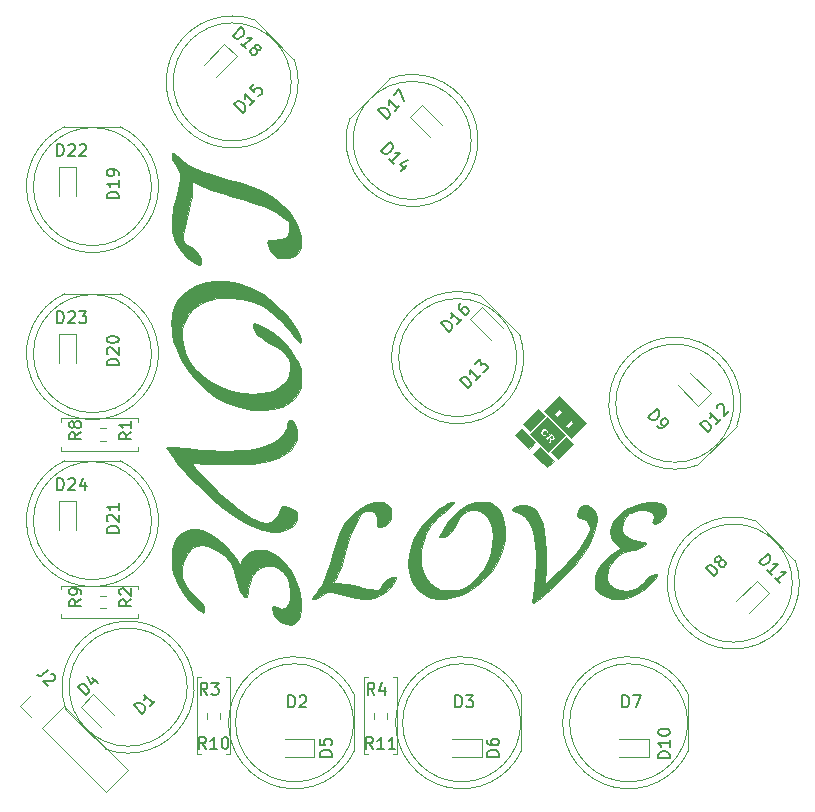
<source format=gto>
G04 #@! TF.GenerationSoftware,KiCad,Pcbnew,5.1.7-a382d34a88~90~ubuntu20.04.1*
G04 #@! TF.CreationDate,2022-01-21T18:01:13-05:00*
G04 #@! TF.ProjectId,cr2022012001-12-leds-board,63723230-3232-4303-9132-3030312d3132,rev?*
G04 #@! TF.SameCoordinates,Original*
G04 #@! TF.FileFunction,Legend,Top*
G04 #@! TF.FilePolarity,Positive*
%FSLAX46Y46*%
G04 Gerber Fmt 4.6, Leading zero omitted, Abs format (unit mm)*
G04 Created by KiCad (PCBNEW 5.1.7-a382d34a88~90~ubuntu20.04.1) date 2022-01-21 18:01:13*
%MOMM*%
%LPD*%
G01*
G04 APERTURE LIST*
%ADD10C,0.010000*%
%ADD11C,0.120000*%
%ADD12C,0.150000*%
G04 APERTURE END LIST*
D10*
G36*
X198168404Y-75435577D02*
G01*
X198313800Y-75500426D01*
X198650506Y-75761383D01*
X198861751Y-76123601D01*
X198949448Y-76576760D01*
X198915505Y-77110540D01*
X198761833Y-77714620D01*
X198490343Y-78378679D01*
X198102945Y-79092397D01*
X197601549Y-79845452D01*
X197478740Y-80011906D01*
X197163606Y-80408200D01*
X196795124Y-80832698D01*
X196388384Y-81271768D01*
X195958480Y-81711776D01*
X195520503Y-82139090D01*
X195089545Y-82540077D01*
X194680697Y-82901105D01*
X194309052Y-83208541D01*
X193989701Y-83448751D01*
X193737736Y-83608105D01*
X193568249Y-83672968D01*
X193496332Y-83629708D01*
X193494896Y-83610579D01*
X193504946Y-83505874D01*
X193531747Y-83269109D01*
X193571125Y-82936263D01*
X193615205Y-82573412D01*
X193739851Y-81374091D01*
X193800267Y-80324855D01*
X193796705Y-79419215D01*
X193758391Y-78887065D01*
X193634711Y-78045511D01*
X193454551Y-77357877D01*
X193213870Y-76817070D01*
X192908625Y-76416000D01*
X192534774Y-76147575D01*
X192118386Y-76010091D01*
X191882739Y-75930921D01*
X191811886Y-75815504D01*
X191906220Y-75668181D01*
X192076053Y-75545151D01*
X192465619Y-75400546D01*
X192891287Y-75396548D01*
X193314987Y-75521537D01*
X193698650Y-75763893D01*
X194004207Y-76111998D01*
X194020908Y-76138746D01*
X194238228Y-76565926D01*
X194405205Y-77062684D01*
X194526533Y-77652563D01*
X194606908Y-78359104D01*
X194651022Y-79205852D01*
X194653995Y-79313746D01*
X194662059Y-79849990D01*
X194660300Y-80382680D01*
X194649543Y-80865101D01*
X194630612Y-81250538D01*
X194617128Y-81403250D01*
X194583672Y-81728681D01*
X194576619Y-81915856D01*
X194599044Y-81994237D01*
X194654023Y-81993288D01*
X194677513Y-81981837D01*
X194829467Y-81870923D01*
X195072314Y-81659519D01*
X195382018Y-81371495D01*
X195734543Y-81030719D01*
X196105853Y-80661060D01*
X196471911Y-80286387D01*
X196808680Y-79930570D01*
X197092125Y-79617476D01*
X197267416Y-79409966D01*
X197559134Y-79020158D01*
X197834869Y-78604861D01*
X198075778Y-78197485D01*
X198263019Y-77831439D01*
X198377748Y-77540134D01*
X198404886Y-77393165D01*
X198327841Y-77079158D01*
X198125983Y-76793707D01*
X197843226Y-76579674D01*
X197523484Y-76479924D01*
X197466679Y-76477412D01*
X197346082Y-76457119D01*
X197309852Y-76363906D01*
X197329792Y-76183297D01*
X197442837Y-75761762D01*
X197620002Y-75496829D01*
X197861715Y-75388199D01*
X198168404Y-75435577D01*
G37*
X198168404Y-75435577D02*
X198313800Y-75500426D01*
X198650506Y-75761383D01*
X198861751Y-76123601D01*
X198949448Y-76576760D01*
X198915505Y-77110540D01*
X198761833Y-77714620D01*
X198490343Y-78378679D01*
X198102945Y-79092397D01*
X197601549Y-79845452D01*
X197478740Y-80011906D01*
X197163606Y-80408200D01*
X196795124Y-80832698D01*
X196388384Y-81271768D01*
X195958480Y-81711776D01*
X195520503Y-82139090D01*
X195089545Y-82540077D01*
X194680697Y-82901105D01*
X194309052Y-83208541D01*
X193989701Y-83448751D01*
X193737736Y-83608105D01*
X193568249Y-83672968D01*
X193496332Y-83629708D01*
X193494896Y-83610579D01*
X193504946Y-83505874D01*
X193531747Y-83269109D01*
X193571125Y-82936263D01*
X193615205Y-82573412D01*
X193739851Y-81374091D01*
X193800267Y-80324855D01*
X193796705Y-79419215D01*
X193758391Y-78887065D01*
X193634711Y-78045511D01*
X193454551Y-77357877D01*
X193213870Y-76817070D01*
X192908625Y-76416000D01*
X192534774Y-76147575D01*
X192118386Y-76010091D01*
X191882739Y-75930921D01*
X191811886Y-75815504D01*
X191906220Y-75668181D01*
X192076053Y-75545151D01*
X192465619Y-75400546D01*
X192891287Y-75396548D01*
X193314987Y-75521537D01*
X193698650Y-75763893D01*
X194004207Y-76111998D01*
X194020908Y-76138746D01*
X194238228Y-76565926D01*
X194405205Y-77062684D01*
X194526533Y-77652563D01*
X194606908Y-78359104D01*
X194651022Y-79205852D01*
X194653995Y-79313746D01*
X194662059Y-79849990D01*
X194660300Y-80382680D01*
X194649543Y-80865101D01*
X194630612Y-81250538D01*
X194617128Y-81403250D01*
X194583672Y-81728681D01*
X194576619Y-81915856D01*
X194599044Y-81994237D01*
X194654023Y-81993288D01*
X194677513Y-81981837D01*
X194829467Y-81870923D01*
X195072314Y-81659519D01*
X195382018Y-81371495D01*
X195734543Y-81030719D01*
X196105853Y-80661060D01*
X196471911Y-80286387D01*
X196808680Y-79930570D01*
X197092125Y-79617476D01*
X197267416Y-79409966D01*
X197559134Y-79020158D01*
X197834869Y-78604861D01*
X198075778Y-78197485D01*
X198263019Y-77831439D01*
X198377748Y-77540134D01*
X198404886Y-77393165D01*
X198327841Y-77079158D01*
X198125983Y-76793707D01*
X197843226Y-76579674D01*
X197523484Y-76479924D01*
X197466679Y-76477412D01*
X197346082Y-76457119D01*
X197309852Y-76363906D01*
X197329792Y-76183297D01*
X197442837Y-75761762D01*
X197620002Y-75496829D01*
X197861715Y-75388199D01*
X198168404Y-75435577D01*
G36*
X180872508Y-75146017D02*
G01*
X181075486Y-75240301D01*
X181268353Y-75410612D01*
X181441352Y-75604584D01*
X181526913Y-75784303D01*
X181554666Y-76026261D01*
X181556219Y-76153773D01*
X181515510Y-76557393D01*
X181376735Y-76848552D01*
X181114922Y-77067533D01*
X180931167Y-77162048D01*
X180644771Y-77282227D01*
X180477425Y-77305689D01*
X180397278Y-77212547D01*
X180372481Y-76982915D01*
X180370886Y-76812230D01*
X180325334Y-76386125D01*
X180183940Y-76095445D01*
X179939597Y-75931396D01*
X179621505Y-75884745D01*
X179381360Y-75910375D01*
X179194670Y-76012566D01*
X179024832Y-76184204D01*
X178742638Y-76580869D01*
X178456602Y-77124946D01*
X178175681Y-77794999D01*
X177908832Y-78569593D01*
X177665012Y-79427292D01*
X177657619Y-79456150D01*
X177500269Y-80042297D01*
X177352791Y-80515765D01*
X177196092Y-80930713D01*
X177011079Y-81341299D01*
X176946690Y-81472746D01*
X176673080Y-82023079D01*
X177188483Y-82034617D01*
X177480566Y-82061160D01*
X177879824Y-82124362D01*
X178330620Y-82214349D01*
X178719886Y-82306347D01*
X179158175Y-82411667D01*
X179580678Y-82501064D01*
X179936648Y-82564497D01*
X180159137Y-82591143D01*
X180414938Y-82598072D01*
X180561224Y-82562543D01*
X180657099Y-82457671D01*
X180722805Y-82334733D01*
X180978624Y-81943312D01*
X181290443Y-81655408D01*
X181626544Y-81496262D01*
X181806015Y-81472746D01*
X181939569Y-81507220D01*
X181965093Y-81621711D01*
X181880751Y-81832824D01*
X181739785Y-82071667D01*
X181362938Y-82545514D01*
X180881466Y-82926709D01*
X180455553Y-83157908D01*
X180069930Y-83296274D01*
X179640224Y-83361062D01*
X179139886Y-83351697D01*
X178542365Y-83267603D01*
X177821112Y-83108204D01*
X177788553Y-83100063D01*
X177235722Y-82962189D01*
X176821421Y-82863961D01*
X176520006Y-82803554D01*
X176305829Y-82779142D01*
X176153245Y-82788900D01*
X176036607Y-82831005D01*
X175930270Y-82903629D01*
X175858800Y-82962733D01*
X175597053Y-83153882D01*
X175331740Y-83299937D01*
X175098177Y-83387663D01*
X174931678Y-83403826D01*
X174867557Y-83335190D01*
X174867553Y-83334216D01*
X174917775Y-83230855D01*
X175050258Y-83037751D01*
X175237724Y-82794295D01*
X175263313Y-82762716D01*
X175488722Y-82464780D01*
X175686271Y-82149930D01*
X175867318Y-81791584D01*
X176043222Y-81363163D01*
X176225341Y-80838085D01*
X176425034Y-80189770D01*
X176556021Y-79737553D01*
X176801327Y-78919584D01*
X177033775Y-78242288D01*
X177265089Y-77678798D01*
X177506989Y-77202247D01*
X177771197Y-76785767D01*
X177945022Y-76553896D01*
X178419948Y-76058078D01*
X178975959Y-75647782D01*
X179576072Y-75342895D01*
X180183305Y-75163304D01*
X180606386Y-75122746D01*
X180872508Y-75146017D01*
G37*
X180872508Y-75146017D02*
X181075486Y-75240301D01*
X181268353Y-75410612D01*
X181441352Y-75604584D01*
X181526913Y-75784303D01*
X181554666Y-76026261D01*
X181556219Y-76153773D01*
X181515510Y-76557393D01*
X181376735Y-76848552D01*
X181114922Y-77067533D01*
X180931167Y-77162048D01*
X180644771Y-77282227D01*
X180477425Y-77305689D01*
X180397278Y-77212547D01*
X180372481Y-76982915D01*
X180370886Y-76812230D01*
X180325334Y-76386125D01*
X180183940Y-76095445D01*
X179939597Y-75931396D01*
X179621505Y-75884745D01*
X179381360Y-75910375D01*
X179194670Y-76012566D01*
X179024832Y-76184204D01*
X178742638Y-76580869D01*
X178456602Y-77124946D01*
X178175681Y-77794999D01*
X177908832Y-78569593D01*
X177665012Y-79427292D01*
X177657619Y-79456150D01*
X177500269Y-80042297D01*
X177352791Y-80515765D01*
X177196092Y-80930713D01*
X177011079Y-81341299D01*
X176946690Y-81472746D01*
X176673080Y-82023079D01*
X177188483Y-82034617D01*
X177480566Y-82061160D01*
X177879824Y-82124362D01*
X178330620Y-82214349D01*
X178719886Y-82306347D01*
X179158175Y-82411667D01*
X179580678Y-82501064D01*
X179936648Y-82564497D01*
X180159137Y-82591143D01*
X180414938Y-82598072D01*
X180561224Y-82562543D01*
X180657099Y-82457671D01*
X180722805Y-82334733D01*
X180978624Y-81943312D01*
X181290443Y-81655408D01*
X181626544Y-81496262D01*
X181806015Y-81472746D01*
X181939569Y-81507220D01*
X181965093Y-81621711D01*
X181880751Y-81832824D01*
X181739785Y-82071667D01*
X181362938Y-82545514D01*
X180881466Y-82926709D01*
X180455553Y-83157908D01*
X180069930Y-83296274D01*
X179640224Y-83361062D01*
X179139886Y-83351697D01*
X178542365Y-83267603D01*
X177821112Y-83108204D01*
X177788553Y-83100063D01*
X177235722Y-82962189D01*
X176821421Y-82863961D01*
X176520006Y-82803554D01*
X176305829Y-82779142D01*
X176153245Y-82788900D01*
X176036607Y-82831005D01*
X175930270Y-82903629D01*
X175858800Y-82962733D01*
X175597053Y-83153882D01*
X175331740Y-83299937D01*
X175098177Y-83387663D01*
X174931678Y-83403826D01*
X174867557Y-83335190D01*
X174867553Y-83334216D01*
X174917775Y-83230855D01*
X175050258Y-83037751D01*
X175237724Y-82794295D01*
X175263313Y-82762716D01*
X175488722Y-82464780D01*
X175686271Y-82149930D01*
X175867318Y-81791584D01*
X176043222Y-81363163D01*
X176225341Y-80838085D01*
X176425034Y-80189770D01*
X176556021Y-79737553D01*
X176801327Y-78919584D01*
X177033775Y-78242288D01*
X177265089Y-77678798D01*
X177506989Y-77202247D01*
X177771197Y-76785767D01*
X177945022Y-76553896D01*
X178419948Y-76058078D01*
X178975959Y-75647782D01*
X179576072Y-75342895D01*
X180183305Y-75163304D01*
X180606386Y-75122746D01*
X180872508Y-75146017D01*
G36*
X186884816Y-75194373D02*
G01*
X186890219Y-75237257D01*
X186825818Y-75332214D01*
X186651785Y-75498873D01*
X186396875Y-75711354D01*
X186172096Y-75883603D01*
X185484739Y-76465224D01*
X184945659Y-77091227D01*
X184534533Y-77790236D01*
X184231040Y-78590873D01*
X184217650Y-78636412D01*
X184103795Y-79220489D01*
X184071798Y-79859087D01*
X184120321Y-80486391D01*
X184248023Y-81036588D01*
X184267651Y-81091746D01*
X184504020Y-81555902D01*
X184836439Y-81977640D01*
X185226621Y-82318167D01*
X185636279Y-82538691D01*
X185723417Y-82566748D01*
X186194637Y-82643932D01*
X186727549Y-82645354D01*
X187252694Y-82576262D01*
X187700611Y-82441905D01*
X187765036Y-82412485D01*
X188181689Y-82154239D01*
X188620370Y-81790664D01*
X189030594Y-81369454D01*
X189361877Y-80938301D01*
X189415029Y-80853725D01*
X189754919Y-80179466D01*
X189996099Y-79467495D01*
X190136141Y-78747268D01*
X190172613Y-78048242D01*
X190103084Y-77399875D01*
X189925123Y-76831622D01*
X189770272Y-76548855D01*
X189446846Y-76169997D01*
X189061590Y-75935873D01*
X188651559Y-75832803D01*
X188278336Y-75827126D01*
X187944456Y-75928027D01*
X187634030Y-76148675D01*
X187331169Y-76502236D01*
X187019985Y-77001876D01*
X186847606Y-77327738D01*
X186577961Y-77756829D01*
X186283125Y-78036803D01*
X185973112Y-78159689D01*
X185803948Y-78158083D01*
X185609090Y-78128412D01*
X185923488Y-77501299D01*
X186289942Y-76906958D01*
X186765185Y-76340707D01*
X187305336Y-75847880D01*
X187866515Y-75473812D01*
X187906219Y-75452848D01*
X188198166Y-75310141D01*
X188437372Y-75224699D01*
X188688916Y-75182002D01*
X189017876Y-75167529D01*
X189190092Y-75166382D01*
X189556256Y-75170355D01*
X189805660Y-75191990D01*
X189990791Y-75243506D01*
X190164133Y-75337120D01*
X190289697Y-75422359D01*
X190675749Y-75780972D01*
X190951663Y-76242763D01*
X191123237Y-76820820D01*
X191193804Y-77464013D01*
X191153137Y-78407654D01*
X190951696Y-79314335D01*
X190596074Y-80172839D01*
X190092863Y-80971950D01*
X189448654Y-81700453D01*
X188670039Y-82347131D01*
X188111501Y-82708630D01*
X187492038Y-83009437D01*
X186823529Y-83226077D01*
X186149082Y-83350589D01*
X185511807Y-83375012D01*
X184955217Y-83291499D01*
X184379177Y-83050664D01*
X183902000Y-82688459D01*
X183525687Y-82222406D01*
X183252236Y-81670026D01*
X183083646Y-81048841D01*
X183021916Y-80376374D01*
X183069046Y-79670145D01*
X183227034Y-78947676D01*
X183497880Y-78226490D01*
X183883582Y-77524107D01*
X184240929Y-77030699D01*
X184554364Y-76675355D01*
X184908748Y-76326789D01*
X185284424Y-75998307D01*
X185661734Y-75703217D01*
X186021022Y-75454824D01*
X186342632Y-75266437D01*
X186606905Y-75151362D01*
X186794185Y-75122904D01*
X186884816Y-75194373D01*
G37*
X186884816Y-75194373D02*
X186890219Y-75237257D01*
X186825818Y-75332214D01*
X186651785Y-75498873D01*
X186396875Y-75711354D01*
X186172096Y-75883603D01*
X185484739Y-76465224D01*
X184945659Y-77091227D01*
X184534533Y-77790236D01*
X184231040Y-78590873D01*
X184217650Y-78636412D01*
X184103795Y-79220489D01*
X184071798Y-79859087D01*
X184120321Y-80486391D01*
X184248023Y-81036588D01*
X184267651Y-81091746D01*
X184504020Y-81555902D01*
X184836439Y-81977640D01*
X185226621Y-82318167D01*
X185636279Y-82538691D01*
X185723417Y-82566748D01*
X186194637Y-82643932D01*
X186727549Y-82645354D01*
X187252694Y-82576262D01*
X187700611Y-82441905D01*
X187765036Y-82412485D01*
X188181689Y-82154239D01*
X188620370Y-81790664D01*
X189030594Y-81369454D01*
X189361877Y-80938301D01*
X189415029Y-80853725D01*
X189754919Y-80179466D01*
X189996099Y-79467495D01*
X190136141Y-78747268D01*
X190172613Y-78048242D01*
X190103084Y-77399875D01*
X189925123Y-76831622D01*
X189770272Y-76548855D01*
X189446846Y-76169997D01*
X189061590Y-75935873D01*
X188651559Y-75832803D01*
X188278336Y-75827126D01*
X187944456Y-75928027D01*
X187634030Y-76148675D01*
X187331169Y-76502236D01*
X187019985Y-77001876D01*
X186847606Y-77327738D01*
X186577961Y-77756829D01*
X186283125Y-78036803D01*
X185973112Y-78159689D01*
X185803948Y-78158083D01*
X185609090Y-78128412D01*
X185923488Y-77501299D01*
X186289942Y-76906958D01*
X186765185Y-76340707D01*
X187305336Y-75847880D01*
X187866515Y-75473812D01*
X187906219Y-75452848D01*
X188198166Y-75310141D01*
X188437372Y-75224699D01*
X188688916Y-75182002D01*
X189017876Y-75167529D01*
X189190092Y-75166382D01*
X189556256Y-75170355D01*
X189805660Y-75191990D01*
X189990791Y-75243506D01*
X190164133Y-75337120D01*
X190289697Y-75422359D01*
X190675749Y-75780972D01*
X190951663Y-76242763D01*
X191123237Y-76820820D01*
X191193804Y-77464013D01*
X191153137Y-78407654D01*
X190951696Y-79314335D01*
X190596074Y-80172839D01*
X190092863Y-80971950D01*
X189448654Y-81700453D01*
X188670039Y-82347131D01*
X188111501Y-82708630D01*
X187492038Y-83009437D01*
X186823529Y-83226077D01*
X186149082Y-83350589D01*
X185511807Y-83375012D01*
X184955217Y-83291499D01*
X184379177Y-83050664D01*
X183902000Y-82688459D01*
X183525687Y-82222406D01*
X183252236Y-81670026D01*
X183083646Y-81048841D01*
X183021916Y-80376374D01*
X183069046Y-79670145D01*
X183227034Y-78947676D01*
X183497880Y-78226490D01*
X183883582Y-77524107D01*
X184240929Y-77030699D01*
X184554364Y-76675355D01*
X184908748Y-76326789D01*
X185284424Y-75998307D01*
X185661734Y-75703217D01*
X186021022Y-75454824D01*
X186342632Y-75266437D01*
X186606905Y-75151362D01*
X186794185Y-75122904D01*
X186884816Y-75194373D01*
G36*
X204291886Y-75206104D02*
G01*
X204599436Y-75365526D01*
X204710056Y-75483541D01*
X204822192Y-75777160D01*
X204802160Y-76103164D01*
X204672120Y-76424252D01*
X204454232Y-76703118D01*
X204170656Y-76902460D01*
X203843552Y-76984973D01*
X203817882Y-76985412D01*
X203687633Y-76957582D01*
X203680125Y-76842213D01*
X203693513Y-76794912D01*
X203777240Y-76495151D01*
X203797729Y-76303168D01*
X203753268Y-76168976D01*
X203668608Y-76068468D01*
X203405629Y-75911596D01*
X203041884Y-75832658D01*
X202626163Y-75830166D01*
X202207253Y-75902635D01*
X201833942Y-76048579D01*
X201706886Y-76128228D01*
X201361206Y-76473386D01*
X201161867Y-76895299D01*
X201114219Y-77260400D01*
X201131995Y-77542563D01*
X201207746Y-77741220D01*
X201375108Y-77940441D01*
X201393844Y-77959304D01*
X201692458Y-78176596D01*
X202089334Y-78358508D01*
X202513590Y-78477658D01*
X202817923Y-78509412D01*
X203035949Y-78545039D01*
X203105601Y-78643912D01*
X203018786Y-78794021D01*
X203013395Y-78799474D01*
X202813284Y-78960893D01*
X202557611Y-79083114D01*
X202202408Y-79184053D01*
X201931358Y-79240305D01*
X201296673Y-79424216D01*
X200767739Y-79708671D01*
X200399429Y-80043057D01*
X200089269Y-80488714D01*
X199887863Y-80944356D01*
X199800559Y-81381322D01*
X199832701Y-81770952D01*
X199989635Y-82084585D01*
X200013553Y-82111922D01*
X200412502Y-82421418D01*
X200918759Y-82603547D01*
X201445447Y-82656219D01*
X201948846Y-82603332D01*
X202381799Y-82428923D01*
X202779523Y-82115028D01*
X203011969Y-81857065D01*
X203323793Y-81533588D01*
X203634389Y-81313758D01*
X203910310Y-81220423D01*
X203946348Y-81218746D01*
X204064665Y-81267451D01*
X204045312Y-81412789D01*
X203888850Y-81653594D01*
X203595846Y-81988699D01*
X203551463Y-82035270D01*
X203034693Y-82486593D01*
X202428340Y-82875512D01*
X201787881Y-83171230D01*
X201208496Y-83335939D01*
X200842645Y-83393622D01*
X200560667Y-83406042D01*
X200283103Y-83372618D01*
X200074301Y-83327659D01*
X199585877Y-83158486D01*
X199186924Y-82887331D01*
X199039886Y-82744520D01*
X198901570Y-82582471D01*
X198825635Y-82426188D01*
X198794331Y-82216549D01*
X198789785Y-81911461D01*
X198817572Y-81490313D01*
X198905114Y-81155660D01*
X198989635Y-80970958D01*
X199249728Y-80572843D01*
X199615178Y-80145511D01*
X200040410Y-79736510D01*
X200479847Y-79393389D01*
X200540604Y-79352862D01*
X201025322Y-79037115D01*
X200691132Y-78815958D01*
X200341817Y-78500239D01*
X200137927Y-78126153D01*
X200073731Y-77711664D01*
X200143499Y-77274736D01*
X200341503Y-76833332D01*
X200662011Y-76405417D01*
X201099294Y-76008954D01*
X201647623Y-75661907D01*
X201706886Y-75631349D01*
X202274389Y-75387706D01*
X202843380Y-75222044D01*
X203387119Y-75135679D01*
X203878867Y-75129927D01*
X204291886Y-75206104D01*
G37*
X204291886Y-75206104D02*
X204599436Y-75365526D01*
X204710056Y-75483541D01*
X204822192Y-75777160D01*
X204802160Y-76103164D01*
X204672120Y-76424252D01*
X204454232Y-76703118D01*
X204170656Y-76902460D01*
X203843552Y-76984973D01*
X203817882Y-76985412D01*
X203687633Y-76957582D01*
X203680125Y-76842213D01*
X203693513Y-76794912D01*
X203777240Y-76495151D01*
X203797729Y-76303168D01*
X203753268Y-76168976D01*
X203668608Y-76068468D01*
X203405629Y-75911596D01*
X203041884Y-75832658D01*
X202626163Y-75830166D01*
X202207253Y-75902635D01*
X201833942Y-76048579D01*
X201706886Y-76128228D01*
X201361206Y-76473386D01*
X201161867Y-76895299D01*
X201114219Y-77260400D01*
X201131995Y-77542563D01*
X201207746Y-77741220D01*
X201375108Y-77940441D01*
X201393844Y-77959304D01*
X201692458Y-78176596D01*
X202089334Y-78358508D01*
X202513590Y-78477658D01*
X202817923Y-78509412D01*
X203035949Y-78545039D01*
X203105601Y-78643912D01*
X203018786Y-78794021D01*
X203013395Y-78799474D01*
X202813284Y-78960893D01*
X202557611Y-79083114D01*
X202202408Y-79184053D01*
X201931358Y-79240305D01*
X201296673Y-79424216D01*
X200767739Y-79708671D01*
X200399429Y-80043057D01*
X200089269Y-80488714D01*
X199887863Y-80944356D01*
X199800559Y-81381322D01*
X199832701Y-81770952D01*
X199989635Y-82084585D01*
X200013553Y-82111922D01*
X200412502Y-82421418D01*
X200918759Y-82603547D01*
X201445447Y-82656219D01*
X201948846Y-82603332D01*
X202381799Y-82428923D01*
X202779523Y-82115028D01*
X203011969Y-81857065D01*
X203323793Y-81533588D01*
X203634389Y-81313758D01*
X203910310Y-81220423D01*
X203946348Y-81218746D01*
X204064665Y-81267451D01*
X204045312Y-81412789D01*
X203888850Y-81653594D01*
X203595846Y-81988699D01*
X203551463Y-82035270D01*
X203034693Y-82486593D01*
X202428340Y-82875512D01*
X201787881Y-83171230D01*
X201208496Y-83335939D01*
X200842645Y-83393622D01*
X200560667Y-83406042D01*
X200283103Y-83372618D01*
X200074301Y-83327659D01*
X199585877Y-83158486D01*
X199186924Y-82887331D01*
X199039886Y-82744520D01*
X198901570Y-82582471D01*
X198825635Y-82426188D01*
X198794331Y-82216549D01*
X198789785Y-81911461D01*
X198817572Y-81490313D01*
X198905114Y-81155660D01*
X198989635Y-80970958D01*
X199249728Y-80572843D01*
X199615178Y-80145511D01*
X200040410Y-79736510D01*
X200479847Y-79393389D01*
X200540604Y-79352862D01*
X201025322Y-79037115D01*
X200691132Y-78815958D01*
X200341817Y-78500239D01*
X200137927Y-78126153D01*
X200073731Y-77711664D01*
X200143499Y-77274736D01*
X200341503Y-76833332D01*
X200662011Y-76405417D01*
X201099294Y-76008954D01*
X201647623Y-75661907D01*
X201706886Y-75631349D01*
X202274389Y-75387706D01*
X202843380Y-75222044D01*
X203387119Y-75135679D01*
X203878867Y-75129927D01*
X204291886Y-75206104D01*
G36*
X173546364Y-76685622D02*
G01*
X173334393Y-77062938D01*
X173001869Y-77356758D01*
X172565784Y-77559958D01*
X172043123Y-77665412D01*
X171450876Y-77665997D01*
X170806031Y-77554585D01*
X170602882Y-77497654D01*
X169799802Y-77189366D01*
X168935833Y-76740222D01*
X168025865Y-76160797D01*
X167084785Y-75461669D01*
X166127484Y-74653411D01*
X165168849Y-73746601D01*
X164815211Y-73386574D01*
X164454174Y-73001322D01*
X164079943Y-72583782D01*
X163709975Y-72155422D01*
X163361727Y-71737710D01*
X163052654Y-71352113D01*
X162800215Y-71020099D01*
X162621863Y-70763137D01*
X162535057Y-70602694D01*
X162529463Y-70575568D01*
X162559843Y-70511941D01*
X162672848Y-70484466D01*
X162901284Y-70489094D01*
X163100963Y-70505015D01*
X163405166Y-70534070D01*
X163824929Y-70576444D01*
X164307523Y-70626713D01*
X164800215Y-70679454D01*
X164857797Y-70685722D01*
X165538636Y-70745233D01*
X166293851Y-70786258D01*
X167079700Y-70808388D01*
X167852443Y-70811215D01*
X168568337Y-70794331D01*
X169183640Y-70757326D01*
X169459791Y-70728695D01*
X170301675Y-70578200D01*
X171038517Y-70354747D01*
X171659174Y-70065332D01*
X172152502Y-69716951D01*
X172507359Y-69316602D01*
X172712599Y-68871282D01*
X172752840Y-68661099D01*
X172793833Y-68419804D01*
X172846958Y-68257927D01*
X172870785Y-68227087D01*
X173041014Y-68207530D01*
X173222421Y-68321451D01*
X173392522Y-68536375D01*
X173528835Y-68819827D01*
X173608877Y-69139331D01*
X173620797Y-69310441D01*
X173557752Y-69867535D01*
X173365197Y-70354389D01*
X173037998Y-70774545D01*
X172571022Y-71131544D01*
X171959137Y-71428926D01*
X171197210Y-71670232D01*
X170280108Y-71859002D01*
X169829432Y-71925886D01*
X169525289Y-71951594D01*
X169086669Y-71968768D01*
X168548190Y-71977858D01*
X167944469Y-71979312D01*
X167310125Y-71973581D01*
X166679774Y-71961113D01*
X166088036Y-71942358D01*
X165569527Y-71917765D01*
X165158865Y-71887784D01*
X164945383Y-71862490D01*
X164609635Y-71810042D01*
X165069195Y-72350602D01*
X165698603Y-73056986D01*
X166378787Y-73759873D01*
X167086135Y-74438539D01*
X167797036Y-75072262D01*
X168487878Y-75640318D01*
X169135049Y-76121984D01*
X169714937Y-76496537D01*
X169926403Y-76613623D01*
X170474080Y-76837076D01*
X170963555Y-76911838D01*
X171385051Y-76841334D01*
X171728792Y-76628988D01*
X171985003Y-76278223D01*
X172134107Y-75840402D01*
X172210542Y-75628415D01*
X172344468Y-75530117D01*
X172568933Y-75533751D01*
X172818527Y-75596880D01*
X173223083Y-75744665D01*
X173477588Y-75905658D01*
X173601312Y-76095111D01*
X173620797Y-76231936D01*
X173546364Y-76685622D01*
G37*
X173546364Y-76685622D02*
X173334393Y-77062938D01*
X173001869Y-77356758D01*
X172565784Y-77559958D01*
X172043123Y-77665412D01*
X171450876Y-77665997D01*
X170806031Y-77554585D01*
X170602882Y-77497654D01*
X169799802Y-77189366D01*
X168935833Y-76740222D01*
X168025865Y-76160797D01*
X167084785Y-75461669D01*
X166127484Y-74653411D01*
X165168849Y-73746601D01*
X164815211Y-73386574D01*
X164454174Y-73001322D01*
X164079943Y-72583782D01*
X163709975Y-72155422D01*
X163361727Y-71737710D01*
X163052654Y-71352113D01*
X162800215Y-71020099D01*
X162621863Y-70763137D01*
X162535057Y-70602694D01*
X162529463Y-70575568D01*
X162559843Y-70511941D01*
X162672848Y-70484466D01*
X162901284Y-70489094D01*
X163100963Y-70505015D01*
X163405166Y-70534070D01*
X163824929Y-70576444D01*
X164307523Y-70626713D01*
X164800215Y-70679454D01*
X164857797Y-70685722D01*
X165538636Y-70745233D01*
X166293851Y-70786258D01*
X167079700Y-70808388D01*
X167852443Y-70811215D01*
X168568337Y-70794331D01*
X169183640Y-70757326D01*
X169459791Y-70728695D01*
X170301675Y-70578200D01*
X171038517Y-70354747D01*
X171659174Y-70065332D01*
X172152502Y-69716951D01*
X172507359Y-69316602D01*
X172712599Y-68871282D01*
X172752840Y-68661099D01*
X172793833Y-68419804D01*
X172846958Y-68257927D01*
X172870785Y-68227087D01*
X173041014Y-68207530D01*
X173222421Y-68321451D01*
X173392522Y-68536375D01*
X173528835Y-68819827D01*
X173608877Y-69139331D01*
X173620797Y-69310441D01*
X173557752Y-69867535D01*
X173365197Y-70354389D01*
X173037998Y-70774545D01*
X172571022Y-71131544D01*
X171959137Y-71428926D01*
X171197210Y-71670232D01*
X170280108Y-71859002D01*
X169829432Y-71925886D01*
X169525289Y-71951594D01*
X169086669Y-71968768D01*
X168548190Y-71977858D01*
X167944469Y-71979312D01*
X167310125Y-71973581D01*
X166679774Y-71961113D01*
X166088036Y-71942358D01*
X165569527Y-71917765D01*
X165158865Y-71887784D01*
X164945383Y-71862490D01*
X164609635Y-71810042D01*
X165069195Y-72350602D01*
X165698603Y-73056986D01*
X166378787Y-73759873D01*
X167086135Y-74438539D01*
X167797036Y-75072262D01*
X168487878Y-75640318D01*
X169135049Y-76121984D01*
X169714937Y-76496537D01*
X169926403Y-76613623D01*
X170474080Y-76837076D01*
X170963555Y-76911838D01*
X171385051Y-76841334D01*
X171728792Y-76628988D01*
X171985003Y-76278223D01*
X172134107Y-75840402D01*
X172210542Y-75628415D01*
X172344468Y-75530117D01*
X172568933Y-75533751D01*
X172818527Y-75596880D01*
X173223083Y-75744665D01*
X173477588Y-75905658D01*
X173601312Y-76095111D01*
X173620797Y-76231936D01*
X173546364Y-76685622D01*
G36*
X173894770Y-53684969D02*
G01*
X173702401Y-54058723D01*
X173382094Y-54321576D01*
X172933903Y-54473479D01*
X172462190Y-54515283D01*
X172155913Y-54507759D01*
X171954342Y-54466967D01*
X171793345Y-54372573D01*
X171671269Y-54264496D01*
X171409789Y-53959575D01*
X171207095Y-53616313D01*
X171094122Y-53292198D01*
X171080797Y-53167202D01*
X171089945Y-53051963D01*
X171142811Y-52987595D01*
X171277532Y-52959309D01*
X171532241Y-52952318D01*
X171635335Y-52952163D01*
X172155948Y-52906911D01*
X172539271Y-52767476D01*
X172792280Y-52528341D01*
X172921949Y-52183986D01*
X172943463Y-51917230D01*
X172929646Y-51668164D01*
X172866897Y-51486154D01*
X172723274Y-51303232D01*
X172593855Y-51173358D01*
X172268612Y-50904712D01*
X171846228Y-50639963D01*
X171315604Y-50374622D01*
X170665645Y-50104196D01*
X169885251Y-49824196D01*
X168963326Y-49530131D01*
X167888771Y-49217511D01*
X167482463Y-49105040D01*
X166884042Y-48922803D01*
X166276566Y-48705782D01*
X165733644Y-48481011D01*
X165556297Y-48397581D01*
X164730797Y-47991374D01*
X164730797Y-48599880D01*
X164713316Y-48932335D01*
X164657649Y-49335731D01*
X164558955Y-49837005D01*
X164412395Y-50463089D01*
X164354307Y-50695340D01*
X164168008Y-51471996D01*
X164041023Y-52099145D01*
X163972297Y-52585487D01*
X163960776Y-52939720D01*
X164005406Y-53170544D01*
X164045939Y-53239429D01*
X164196811Y-53352717D01*
X164419958Y-53455214D01*
X164437004Y-53461001D01*
X164738457Y-53631339D01*
X165031459Y-53915243D01*
X165279100Y-54262519D01*
X165444467Y-54622970D01*
X165492797Y-54896776D01*
X165446516Y-55031984D01*
X165301333Y-55056248D01*
X165047732Y-54968559D01*
X164764926Y-54819725D01*
X164275773Y-54461142D01*
X163814196Y-53976335D01*
X163418173Y-53408094D01*
X163272059Y-53137764D01*
X163135430Y-52840553D01*
X163049385Y-52583517D01*
X163000114Y-52304700D01*
X162973802Y-51942146D01*
X162966936Y-51769128D01*
X162960421Y-51465230D01*
X162967723Y-51195118D01*
X162994238Y-50923339D01*
X163045363Y-50614440D01*
X163126492Y-50232969D01*
X163243023Y-49743473D01*
X163326769Y-49404879D01*
X163483602Y-48765174D01*
X163597202Y-48264427D01*
X163668346Y-47878079D01*
X163697813Y-47581574D01*
X163686381Y-47350355D01*
X163634826Y-47159865D01*
X163543926Y-46985546D01*
X163414460Y-46802841D01*
X163409376Y-46796171D01*
X163228273Y-46542248D01*
X163084831Y-46311403D01*
X163028376Y-46197260D01*
X162966816Y-45957902D01*
X162958727Y-45743237D01*
X163002525Y-45607525D01*
X163046190Y-45586163D01*
X163152745Y-45639251D01*
X163340899Y-45778181D01*
X163561401Y-45965413D01*
X163919655Y-46267791D01*
X164286380Y-46531177D01*
X164685518Y-46766352D01*
X165141012Y-46984094D01*
X165676804Y-47195186D01*
X166316835Y-47410406D01*
X167085047Y-47640537D01*
X167608935Y-47787900D01*
X168149777Y-47941044D01*
X168694163Y-48101632D01*
X169196516Y-48255774D01*
X169611257Y-48389581D01*
X169816990Y-48460782D01*
X170719061Y-48852391D01*
X171536008Y-49335628D01*
X172255416Y-49896285D01*
X172864869Y-50520157D01*
X173351951Y-51193038D01*
X173704248Y-51900722D01*
X173909344Y-52629002D01*
X173959147Y-53200363D01*
X173894770Y-53684969D01*
G37*
X173894770Y-53684969D02*
X173702401Y-54058723D01*
X173382094Y-54321576D01*
X172933903Y-54473479D01*
X172462190Y-54515283D01*
X172155913Y-54507759D01*
X171954342Y-54466967D01*
X171793345Y-54372573D01*
X171671269Y-54264496D01*
X171409789Y-53959575D01*
X171207095Y-53616313D01*
X171094122Y-53292198D01*
X171080797Y-53167202D01*
X171089945Y-53051963D01*
X171142811Y-52987595D01*
X171277532Y-52959309D01*
X171532241Y-52952318D01*
X171635335Y-52952163D01*
X172155948Y-52906911D01*
X172539271Y-52767476D01*
X172792280Y-52528341D01*
X172921949Y-52183986D01*
X172943463Y-51917230D01*
X172929646Y-51668164D01*
X172866897Y-51486154D01*
X172723274Y-51303232D01*
X172593855Y-51173358D01*
X172268612Y-50904712D01*
X171846228Y-50639963D01*
X171315604Y-50374622D01*
X170665645Y-50104196D01*
X169885251Y-49824196D01*
X168963326Y-49530131D01*
X167888771Y-49217511D01*
X167482463Y-49105040D01*
X166884042Y-48922803D01*
X166276566Y-48705782D01*
X165733644Y-48481011D01*
X165556297Y-48397581D01*
X164730797Y-47991374D01*
X164730797Y-48599880D01*
X164713316Y-48932335D01*
X164657649Y-49335731D01*
X164558955Y-49837005D01*
X164412395Y-50463089D01*
X164354307Y-50695340D01*
X164168008Y-51471996D01*
X164041023Y-52099145D01*
X163972297Y-52585487D01*
X163960776Y-52939720D01*
X164005406Y-53170544D01*
X164045939Y-53239429D01*
X164196811Y-53352717D01*
X164419958Y-53455214D01*
X164437004Y-53461001D01*
X164738457Y-53631339D01*
X165031459Y-53915243D01*
X165279100Y-54262519D01*
X165444467Y-54622970D01*
X165492797Y-54896776D01*
X165446516Y-55031984D01*
X165301333Y-55056248D01*
X165047732Y-54968559D01*
X164764926Y-54819725D01*
X164275773Y-54461142D01*
X163814196Y-53976335D01*
X163418173Y-53408094D01*
X163272059Y-53137764D01*
X163135430Y-52840553D01*
X163049385Y-52583517D01*
X163000114Y-52304700D01*
X162973802Y-51942146D01*
X162966936Y-51769128D01*
X162960421Y-51465230D01*
X162967723Y-51195118D01*
X162994238Y-50923339D01*
X163045363Y-50614440D01*
X163126492Y-50232969D01*
X163243023Y-49743473D01*
X163326769Y-49404879D01*
X163483602Y-48765174D01*
X163597202Y-48264427D01*
X163668346Y-47878079D01*
X163697813Y-47581574D01*
X163686381Y-47350355D01*
X163634826Y-47159865D01*
X163543926Y-46985546D01*
X163414460Y-46802841D01*
X163409376Y-46796171D01*
X163228273Y-46542248D01*
X163084831Y-46311403D01*
X163028376Y-46197260D01*
X162966816Y-45957902D01*
X162958727Y-45743237D01*
X163002525Y-45607525D01*
X163046190Y-45586163D01*
X163152745Y-45639251D01*
X163340899Y-45778181D01*
X163561401Y-45965413D01*
X163919655Y-46267791D01*
X164286380Y-46531177D01*
X164685518Y-46766352D01*
X165141012Y-46984094D01*
X165676804Y-47195186D01*
X166316835Y-47410406D01*
X167085047Y-47640537D01*
X167608935Y-47787900D01*
X168149777Y-47941044D01*
X168694163Y-48101632D01*
X169196516Y-48255774D01*
X169611257Y-48389581D01*
X169816990Y-48460782D01*
X170719061Y-48852391D01*
X171536008Y-49335628D01*
X172255416Y-49896285D01*
X172864869Y-50520157D01*
X173351951Y-51193038D01*
X173704248Y-51900722D01*
X173909344Y-52629002D01*
X173959147Y-53200363D01*
X173894770Y-53684969D01*
G36*
X173932292Y-61631393D02*
G01*
X173847230Y-61658491D01*
X173697119Y-61558554D01*
X173475631Y-61326510D01*
X173176435Y-60957290D01*
X172979631Y-60698154D01*
X172256694Y-59835512D01*
X171494898Y-59134861D01*
X170685577Y-58591574D01*
X169820066Y-58201024D01*
X168889699Y-57958582D01*
X167885810Y-57859620D01*
X167658822Y-57856638D01*
X166778613Y-57920853D01*
X166000095Y-58108542D01*
X165329721Y-58415097D01*
X164773943Y-58835908D01*
X164339215Y-59366365D01*
X164031990Y-60001859D01*
X163888118Y-60550171D01*
X163845313Y-61136781D01*
X163905421Y-61778312D01*
X164060257Y-62401891D01*
X164112078Y-62544570D01*
X164468985Y-63237488D01*
X164972771Y-63886232D01*
X165603468Y-64475541D01*
X166341110Y-64990153D01*
X167165727Y-65414806D01*
X168057351Y-65734239D01*
X168401386Y-65822971D01*
X169115589Y-65943126D01*
X169850354Y-65986448D01*
X170558110Y-65954212D01*
X171191288Y-65847693D01*
X171541459Y-65738786D01*
X171988648Y-65506571D01*
X172392664Y-65189440D01*
X172713884Y-64825322D01*
X172912685Y-64452149D01*
X172924640Y-64414673D01*
X173029272Y-63899731D01*
X173013562Y-63437499D01*
X172869139Y-63015200D01*
X172587633Y-62620057D01*
X172160671Y-62239292D01*
X171579884Y-61860127D01*
X171071297Y-61585768D01*
X170579144Y-61300780D01*
X170229406Y-61008401D01*
X169996114Y-60683356D01*
X169893601Y-60439519D01*
X169832941Y-60198742D01*
X169852237Y-60057789D01*
X169965074Y-60015092D01*
X170185039Y-60069087D01*
X170525721Y-60218206D01*
X170766865Y-60338862D01*
X171654234Y-60871867D01*
X172402266Y-61491943D01*
X173023710Y-62211708D01*
X173531314Y-63043782D01*
X173562525Y-63105779D01*
X173724471Y-63439123D01*
X173827666Y-63690679D01*
X173885333Y-63918864D01*
X173910698Y-64182093D01*
X173916987Y-64538783D01*
X173917130Y-64672113D01*
X173911018Y-65094810D01*
X173887942Y-65394808D01*
X173840793Y-65618452D01*
X173762464Y-65812089D01*
X173733766Y-65867635D01*
X173373499Y-66365713D01*
X172883747Y-66774189D01*
X172282774Y-67086193D01*
X171588844Y-67294857D01*
X170820218Y-67393309D01*
X169995159Y-67374681D01*
X169788299Y-67351708D01*
X168687063Y-67129552D01*
X167636909Y-66756851D01*
X166659149Y-66243475D01*
X165775099Y-65599296D01*
X165527199Y-65378138D01*
X164881320Y-64698224D01*
X164293026Y-63931549D01*
X163785836Y-63116351D01*
X163383268Y-62290867D01*
X163108843Y-61493334D01*
X163088578Y-61413420D01*
X163018756Y-61019032D01*
X162971756Y-60531359D01*
X162954791Y-60025730D01*
X162954806Y-60016420D01*
X162963914Y-59575731D01*
X162994759Y-59245907D01*
X163056316Y-58968962D01*
X163157559Y-58686910D01*
X163162422Y-58675041D01*
X163416167Y-58162260D01*
X163730698Y-57745899D01*
X164149232Y-57373949D01*
X164380981Y-57208582D01*
X165102146Y-56820422D01*
X165900186Y-56571279D01*
X166756531Y-56460295D01*
X167652613Y-56486614D01*
X168569863Y-56649380D01*
X169489711Y-56947736D01*
X170393589Y-57380825D01*
X170589857Y-57494944D01*
X171075764Y-57824845D01*
X171576678Y-58232372D01*
X172074176Y-58695723D01*
X172549839Y-59193095D01*
X172985247Y-59702684D01*
X173361977Y-60202687D01*
X173661610Y-60671300D01*
X173865725Y-61086720D01*
X173955900Y-61427144D01*
X173958636Y-61482329D01*
X173932292Y-61631393D01*
G37*
X173932292Y-61631393D02*
X173847230Y-61658491D01*
X173697119Y-61558554D01*
X173475631Y-61326510D01*
X173176435Y-60957290D01*
X172979631Y-60698154D01*
X172256694Y-59835512D01*
X171494898Y-59134861D01*
X170685577Y-58591574D01*
X169820066Y-58201024D01*
X168889699Y-57958582D01*
X167885810Y-57859620D01*
X167658822Y-57856638D01*
X166778613Y-57920853D01*
X166000095Y-58108542D01*
X165329721Y-58415097D01*
X164773943Y-58835908D01*
X164339215Y-59366365D01*
X164031990Y-60001859D01*
X163888118Y-60550171D01*
X163845313Y-61136781D01*
X163905421Y-61778312D01*
X164060257Y-62401891D01*
X164112078Y-62544570D01*
X164468985Y-63237488D01*
X164972771Y-63886232D01*
X165603468Y-64475541D01*
X166341110Y-64990153D01*
X167165727Y-65414806D01*
X168057351Y-65734239D01*
X168401386Y-65822971D01*
X169115589Y-65943126D01*
X169850354Y-65986448D01*
X170558110Y-65954212D01*
X171191288Y-65847693D01*
X171541459Y-65738786D01*
X171988648Y-65506571D01*
X172392664Y-65189440D01*
X172713884Y-64825322D01*
X172912685Y-64452149D01*
X172924640Y-64414673D01*
X173029272Y-63899731D01*
X173013562Y-63437499D01*
X172869139Y-63015200D01*
X172587633Y-62620057D01*
X172160671Y-62239292D01*
X171579884Y-61860127D01*
X171071297Y-61585768D01*
X170579144Y-61300780D01*
X170229406Y-61008401D01*
X169996114Y-60683356D01*
X169893601Y-60439519D01*
X169832941Y-60198742D01*
X169852237Y-60057789D01*
X169965074Y-60015092D01*
X170185039Y-60069087D01*
X170525721Y-60218206D01*
X170766865Y-60338862D01*
X171654234Y-60871867D01*
X172402266Y-61491943D01*
X173023710Y-62211708D01*
X173531314Y-63043782D01*
X173562525Y-63105779D01*
X173724471Y-63439123D01*
X173827666Y-63690679D01*
X173885333Y-63918864D01*
X173910698Y-64182093D01*
X173916987Y-64538783D01*
X173917130Y-64672113D01*
X173911018Y-65094810D01*
X173887942Y-65394808D01*
X173840793Y-65618452D01*
X173762464Y-65812089D01*
X173733766Y-65867635D01*
X173373499Y-66365713D01*
X172883747Y-66774189D01*
X172282774Y-67086193D01*
X171588844Y-67294857D01*
X170820218Y-67393309D01*
X169995159Y-67374681D01*
X169788299Y-67351708D01*
X168687063Y-67129552D01*
X167636909Y-66756851D01*
X166659149Y-66243475D01*
X165775099Y-65599296D01*
X165527199Y-65378138D01*
X164881320Y-64698224D01*
X164293026Y-63931549D01*
X163785836Y-63116351D01*
X163383268Y-62290867D01*
X163108843Y-61493334D01*
X163088578Y-61413420D01*
X163018756Y-61019032D01*
X162971756Y-60531359D01*
X162954791Y-60025730D01*
X162954806Y-60016420D01*
X162963914Y-59575731D01*
X162994759Y-59245907D01*
X163056316Y-58968962D01*
X163157559Y-58686910D01*
X163162422Y-58675041D01*
X163416167Y-58162260D01*
X163730698Y-57745899D01*
X164149232Y-57373949D01*
X164380981Y-57208582D01*
X165102146Y-56820422D01*
X165900186Y-56571279D01*
X166756531Y-56460295D01*
X167652613Y-56486614D01*
X168569863Y-56649380D01*
X169489711Y-56947736D01*
X170393589Y-57380825D01*
X170589857Y-57494944D01*
X171075764Y-57824845D01*
X171576678Y-58232372D01*
X172074176Y-58695723D01*
X172549839Y-59193095D01*
X172985247Y-59702684D01*
X173361977Y-60202687D01*
X173661610Y-60671300D01*
X173865725Y-61086720D01*
X173955900Y-61427144D01*
X173958636Y-61482329D01*
X173932292Y-61631393D01*
G36*
X173931852Y-84249216D02*
G01*
X173837139Y-84769894D01*
X173657382Y-85164676D01*
X173398704Y-85426232D01*
X173067224Y-85547233D01*
X172669064Y-85520349D01*
X172411577Y-85434772D01*
X172148128Y-85276557D01*
X171895826Y-85043768D01*
X171677294Y-84770789D01*
X171515155Y-84492004D01*
X171432030Y-84241799D01*
X171450541Y-84054557D01*
X171478517Y-84016575D01*
X171604259Y-83996520D01*
X171830486Y-84050612D01*
X171904724Y-84077884D01*
X172262543Y-84174824D01*
X172532706Y-84136586D01*
X172741520Y-83953239D01*
X172875033Y-83711511D01*
X172970169Y-83453365D01*
X173015130Y-83190968D01*
X173018649Y-82857272D01*
X173009737Y-82677503D01*
X172909556Y-82049599D01*
X172697341Y-81511279D01*
X172385470Y-81079162D01*
X171986318Y-80769864D01*
X171512262Y-80600004D01*
X171455373Y-80590440D01*
X170925445Y-80577632D01*
X170475033Y-80711155D01*
X170102678Y-80992416D01*
X169806919Y-81422828D01*
X169586295Y-82003799D01*
X169475779Y-82500829D01*
X169410723Y-82865504D01*
X169360397Y-83090183D01*
X169311364Y-83201846D01*
X169250186Y-83227470D01*
X169163428Y-83194034D01*
X169137376Y-83180256D01*
X168913797Y-82978039D01*
X168715216Y-82641595D01*
X168557690Y-82205797D01*
X168457275Y-81705515D01*
X168456876Y-81702382D01*
X168285373Y-80964701D01*
X167970156Y-80316144D01*
X167512932Y-79759075D01*
X166915405Y-79295857D01*
X166588234Y-79112072D01*
X166019850Y-78876941D01*
X165524139Y-78787970D01*
X165088055Y-78845286D01*
X164698548Y-79049017D01*
X164596999Y-79131489D01*
X164254191Y-79537162D01*
X164006062Y-80047901D01*
X163865889Y-80620284D01*
X163846949Y-81210894D01*
X163881537Y-81471157D01*
X163935262Y-81724671D01*
X164001232Y-81933696D01*
X164099249Y-82128366D01*
X164249112Y-82338813D01*
X164470620Y-82595169D01*
X164783573Y-82927565D01*
X164956053Y-83106406D01*
X165280947Y-83446875D01*
X165503438Y-83695703D01*
X165642301Y-83879526D01*
X165716310Y-84024981D01*
X165744242Y-84158706D01*
X165746797Y-84228240D01*
X165725526Y-84432960D01*
X165649064Y-84518095D01*
X165498440Y-84483695D01*
X165254679Y-84329808D01*
X165120361Y-84229860D01*
X164594745Y-83750094D01*
X164094799Y-83148794D01*
X163652103Y-82473653D01*
X163298238Y-81772367D01*
X163078567Y-81146163D01*
X163001613Y-80723146D01*
X162964710Y-80224613D01*
X162967456Y-79710120D01*
X163009449Y-79239225D01*
X163090285Y-78871483D01*
X163094020Y-78860619D01*
X163364782Y-78286734D01*
X163719306Y-77856087D01*
X164147718Y-77570822D01*
X164640147Y-77433088D01*
X165186719Y-77445029D01*
X165777562Y-77608794D01*
X166402803Y-77926528D01*
X166647308Y-78088047D01*
X167378651Y-78691129D01*
X168031039Y-79422559D01*
X168388685Y-79925286D01*
X168738465Y-80457302D01*
X168966368Y-80103232D01*
X169287682Y-79677125D01*
X169622591Y-79398222D01*
X170005872Y-79245725D01*
X170472300Y-79198835D01*
X170478560Y-79198829D01*
X170959485Y-79240555D01*
X171388895Y-79378124D01*
X171805482Y-79630125D01*
X172247938Y-80015145D01*
X172313985Y-80080557D01*
X172949784Y-80829983D01*
X173431698Y-81646663D01*
X173757243Y-82525188D01*
X173923933Y-83460151D01*
X173935403Y-83609970D01*
X173931852Y-84249216D01*
G37*
X173931852Y-84249216D02*
X173837139Y-84769894D01*
X173657382Y-85164676D01*
X173398704Y-85426232D01*
X173067224Y-85547233D01*
X172669064Y-85520349D01*
X172411577Y-85434772D01*
X172148128Y-85276557D01*
X171895826Y-85043768D01*
X171677294Y-84770789D01*
X171515155Y-84492004D01*
X171432030Y-84241799D01*
X171450541Y-84054557D01*
X171478517Y-84016575D01*
X171604259Y-83996520D01*
X171830486Y-84050612D01*
X171904724Y-84077884D01*
X172262543Y-84174824D01*
X172532706Y-84136586D01*
X172741520Y-83953239D01*
X172875033Y-83711511D01*
X172970169Y-83453365D01*
X173015130Y-83190968D01*
X173018649Y-82857272D01*
X173009737Y-82677503D01*
X172909556Y-82049599D01*
X172697341Y-81511279D01*
X172385470Y-81079162D01*
X171986318Y-80769864D01*
X171512262Y-80600004D01*
X171455373Y-80590440D01*
X170925445Y-80577632D01*
X170475033Y-80711155D01*
X170102678Y-80992416D01*
X169806919Y-81422828D01*
X169586295Y-82003799D01*
X169475779Y-82500829D01*
X169410723Y-82865504D01*
X169360397Y-83090183D01*
X169311364Y-83201846D01*
X169250186Y-83227470D01*
X169163428Y-83194034D01*
X169137376Y-83180256D01*
X168913797Y-82978039D01*
X168715216Y-82641595D01*
X168557690Y-82205797D01*
X168457275Y-81705515D01*
X168456876Y-81702382D01*
X168285373Y-80964701D01*
X167970156Y-80316144D01*
X167512932Y-79759075D01*
X166915405Y-79295857D01*
X166588234Y-79112072D01*
X166019850Y-78876941D01*
X165524139Y-78787970D01*
X165088055Y-78845286D01*
X164698548Y-79049017D01*
X164596999Y-79131489D01*
X164254191Y-79537162D01*
X164006062Y-80047901D01*
X163865889Y-80620284D01*
X163846949Y-81210894D01*
X163881537Y-81471157D01*
X163935262Y-81724671D01*
X164001232Y-81933696D01*
X164099249Y-82128366D01*
X164249112Y-82338813D01*
X164470620Y-82595169D01*
X164783573Y-82927565D01*
X164956053Y-83106406D01*
X165280947Y-83446875D01*
X165503438Y-83695703D01*
X165642301Y-83879526D01*
X165716310Y-84024981D01*
X165744242Y-84158706D01*
X165746797Y-84228240D01*
X165725526Y-84432960D01*
X165649064Y-84518095D01*
X165498440Y-84483695D01*
X165254679Y-84329808D01*
X165120361Y-84229860D01*
X164594745Y-83750094D01*
X164094799Y-83148794D01*
X163652103Y-82473653D01*
X163298238Y-81772367D01*
X163078567Y-81146163D01*
X163001613Y-80723146D01*
X162964710Y-80224613D01*
X162967456Y-79710120D01*
X163009449Y-79239225D01*
X163090285Y-78871483D01*
X163094020Y-78860619D01*
X163364782Y-78286734D01*
X163719306Y-77856087D01*
X164147718Y-77570822D01*
X164640147Y-77433088D01*
X165186719Y-77445029D01*
X165777562Y-77608794D01*
X166402803Y-77926528D01*
X166647308Y-78088047D01*
X167378651Y-78691129D01*
X168031039Y-79422559D01*
X168388685Y-79925286D01*
X168738465Y-80457302D01*
X168966368Y-80103232D01*
X169287682Y-79677125D01*
X169622591Y-79398222D01*
X170005872Y-79245725D01*
X170472300Y-79198835D01*
X170478560Y-79198829D01*
X170959485Y-79240555D01*
X171388895Y-79378124D01*
X171805482Y-79630125D01*
X172247938Y-80015145D01*
X172313985Y-80080557D01*
X172949784Y-80829983D01*
X173431698Y-81646663D01*
X173757243Y-82525188D01*
X173923933Y-83460151D01*
X173935403Y-83609970D01*
X173931852Y-84249216D01*
G36*
X195171267Y-69646557D02*
G01*
X195180207Y-69684128D01*
X195167821Y-69706502D01*
X195133143Y-69719797D01*
X195088308Y-69708263D01*
X195045377Y-69676890D01*
X195027861Y-69653455D01*
X195033013Y-69631528D01*
X195056417Y-69605216D01*
X195086228Y-69579418D01*
X195107622Y-69578004D01*
X195132255Y-69598341D01*
X195171267Y-69646557D01*
G37*
X195171267Y-69646557D02*
X195180207Y-69684128D01*
X195167821Y-69706502D01*
X195133143Y-69719797D01*
X195088308Y-69708263D01*
X195045377Y-69676890D01*
X195027861Y-69653455D01*
X195033013Y-69631528D01*
X195056417Y-69605216D01*
X195086228Y-69579418D01*
X195107622Y-69578004D01*
X195132255Y-69598341D01*
X195171267Y-69646557D01*
G36*
X196811112Y-69764733D02*
G01*
X194495151Y-67448773D01*
X195239567Y-66704357D01*
X195806741Y-67271531D01*
X195334096Y-67744176D01*
X195558602Y-67968682D01*
X196031247Y-67496037D01*
X196763847Y-68228637D01*
X196291202Y-68701282D01*
X196515709Y-68925789D01*
X196988354Y-68453144D01*
X196763847Y-68228637D01*
X196031247Y-67496037D01*
X195806741Y-67271531D01*
X195239567Y-66704357D01*
X195771292Y-66172632D01*
X198087253Y-68488592D01*
X196811112Y-69764733D01*
G37*
X196811112Y-69764733D02*
X194495151Y-67448773D01*
X195239567Y-66704357D01*
X195806741Y-67271531D01*
X195334096Y-67744176D01*
X195558602Y-67968682D01*
X196031247Y-67496037D01*
X196763847Y-68228637D01*
X196291202Y-68701282D01*
X196515709Y-68925789D01*
X196988354Y-68453144D01*
X196763847Y-68228637D01*
X196031247Y-67496037D01*
X195806741Y-67271531D01*
X195239567Y-66704357D01*
X195771292Y-66172632D01*
X198087253Y-68488592D01*
X196811112Y-69764733D01*
G36*
X195700396Y-71537153D02*
G01*
X195109589Y-70946346D01*
X196373915Y-69682020D01*
X196964722Y-70272827D01*
X195700396Y-71537153D01*
G37*
X195700396Y-71537153D02*
X195109589Y-70946346D01*
X196373915Y-69682020D01*
X196964722Y-70272827D01*
X195700396Y-71537153D01*
G36*
X193313538Y-69150295D02*
G01*
X192722732Y-68559489D01*
X193987058Y-67295163D01*
X194577864Y-67885969D01*
X193313538Y-69150295D01*
G37*
X193313538Y-69150295D02*
X192722732Y-68559489D01*
X193987058Y-67295163D01*
X194577864Y-67885969D01*
X193313538Y-69150295D01*
G36*
X194861451Y-70958162D02*
G01*
X193301723Y-69398434D01*
X193977258Y-68722898D01*
X194284602Y-69030242D01*
X194228417Y-69107879D01*
X194192572Y-69196449D01*
X194181979Y-69283279D01*
X194195664Y-69362999D01*
X194235673Y-69437904D01*
X194304336Y-69511252D01*
X194339043Y-69537728D01*
X194577864Y-69776550D01*
X194731473Y-69930159D01*
X194826418Y-69835214D01*
X194873558Y-69788839D01*
X194902687Y-69763454D01*
X194919016Y-69756019D01*
X194927761Y-69763491D01*
X194931542Y-69773890D01*
X194931597Y-69805295D01*
X194922507Y-69857936D01*
X194906159Y-69921502D01*
X194902231Y-69934468D01*
X194862740Y-70061426D01*
X195038990Y-70237675D01*
X195078548Y-70117716D01*
X195097736Y-70052817D01*
X195111080Y-69994704D01*
X195115889Y-69955234D01*
X195115829Y-69953323D01*
X195116120Y-69926562D01*
X195126332Y-69913526D01*
X195155049Y-69909278D01*
X195193102Y-69908891D01*
X195246705Y-69905293D01*
X195285507Y-69889819D01*
X195326060Y-69855441D01*
X195331303Y-69850240D01*
X195369670Y-69805994D01*
X195386879Y-69766610D01*
X195389955Y-69732352D01*
X195386020Y-69694994D01*
X195372071Y-69656923D01*
X195344896Y-69613543D01*
X195301276Y-69560259D01*
X195237998Y-69492474D01*
X195183310Y-69436966D01*
X195050509Y-69303905D01*
X194577864Y-69776550D01*
X194339043Y-69537728D01*
X194393471Y-69579249D01*
X194444778Y-69598271D01*
X194512423Y-69603183D01*
X194582494Y-69594092D01*
X194629732Y-69577424D01*
X194652058Y-69566524D01*
X194664843Y-69556542D01*
X194666893Y-69541417D01*
X194657020Y-69515088D01*
X194634031Y-69471492D01*
X194596736Y-69404568D01*
X194595247Y-69401892D01*
X194570943Y-69388652D01*
X194529620Y-69398839D01*
X194472869Y-69408176D01*
X194423461Y-69392177D01*
X194388116Y-69357136D01*
X194373553Y-69309343D01*
X194383243Y-69261779D01*
X194422221Y-69200956D01*
X194475864Y-69149955D01*
X194533821Y-69117611D01*
X194559404Y-69111389D01*
X194617221Y-69118527D01*
X194661903Y-69149867D01*
X194685892Y-69198134D01*
X194686945Y-69234209D01*
X194684756Y-69264788D01*
X194693171Y-69286747D01*
X194718572Y-69309525D01*
X194754485Y-69334066D01*
X194798455Y-69359101D01*
X194831859Y-69370742D01*
X194843545Y-69369075D01*
X194861322Y-69333854D01*
X194871794Y-69279030D01*
X194873661Y-69217880D01*
X194865619Y-69163676D01*
X194864151Y-69158940D01*
X194827547Y-69089373D01*
X194768495Y-69020397D01*
X194696805Y-68961334D01*
X194622290Y-68921507D01*
X194609709Y-68917215D01*
X194523681Y-68907026D01*
X194437386Y-68925406D01*
X194355976Y-68967948D01*
X194284602Y-69030242D01*
X193977258Y-68722898D01*
X194755106Y-67945051D01*
X196314834Y-69504779D01*
X194861451Y-70958162D01*
G37*
X194861451Y-70958162D02*
X193301723Y-69398434D01*
X193977258Y-68722898D01*
X194284602Y-69030242D01*
X194228417Y-69107879D01*
X194192572Y-69196449D01*
X194181979Y-69283279D01*
X194195664Y-69362999D01*
X194235673Y-69437904D01*
X194304336Y-69511252D01*
X194339043Y-69537728D01*
X194577864Y-69776550D01*
X194731473Y-69930159D01*
X194826418Y-69835214D01*
X194873558Y-69788839D01*
X194902687Y-69763454D01*
X194919016Y-69756019D01*
X194927761Y-69763491D01*
X194931542Y-69773890D01*
X194931597Y-69805295D01*
X194922507Y-69857936D01*
X194906159Y-69921502D01*
X194902231Y-69934468D01*
X194862740Y-70061426D01*
X195038990Y-70237675D01*
X195078548Y-70117716D01*
X195097736Y-70052817D01*
X195111080Y-69994704D01*
X195115889Y-69955234D01*
X195115829Y-69953323D01*
X195116120Y-69926562D01*
X195126332Y-69913526D01*
X195155049Y-69909278D01*
X195193102Y-69908891D01*
X195246705Y-69905293D01*
X195285507Y-69889819D01*
X195326060Y-69855441D01*
X195331303Y-69850240D01*
X195369670Y-69805994D01*
X195386879Y-69766610D01*
X195389955Y-69732352D01*
X195386020Y-69694994D01*
X195372071Y-69656923D01*
X195344896Y-69613543D01*
X195301276Y-69560259D01*
X195237998Y-69492474D01*
X195183310Y-69436966D01*
X195050509Y-69303905D01*
X194577864Y-69776550D01*
X194339043Y-69537728D01*
X194393471Y-69579249D01*
X194444778Y-69598271D01*
X194512423Y-69603183D01*
X194582494Y-69594092D01*
X194629732Y-69577424D01*
X194652058Y-69566524D01*
X194664843Y-69556542D01*
X194666893Y-69541417D01*
X194657020Y-69515088D01*
X194634031Y-69471492D01*
X194596736Y-69404568D01*
X194595247Y-69401892D01*
X194570943Y-69388652D01*
X194529620Y-69398839D01*
X194472869Y-69408176D01*
X194423461Y-69392177D01*
X194388116Y-69357136D01*
X194373553Y-69309343D01*
X194383243Y-69261779D01*
X194422221Y-69200956D01*
X194475864Y-69149955D01*
X194533821Y-69117611D01*
X194559404Y-69111389D01*
X194617221Y-69118527D01*
X194661903Y-69149867D01*
X194685892Y-69198134D01*
X194686945Y-69234209D01*
X194684756Y-69264788D01*
X194693171Y-69286747D01*
X194718572Y-69309525D01*
X194754485Y-69334066D01*
X194798455Y-69359101D01*
X194831859Y-69370742D01*
X194843545Y-69369075D01*
X194861322Y-69333854D01*
X194871794Y-69279030D01*
X194873661Y-69217880D01*
X194865619Y-69163676D01*
X194864151Y-69158940D01*
X194827547Y-69089373D01*
X194768495Y-69020397D01*
X194696805Y-68961334D01*
X194622290Y-68921507D01*
X194609709Y-68917215D01*
X194523681Y-68907026D01*
X194437386Y-68925406D01*
X194355976Y-68967948D01*
X194284602Y-69030242D01*
X193977258Y-68722898D01*
X194755106Y-67945051D01*
X196314834Y-69504779D01*
X194861451Y-70958162D01*
G36*
X194743290Y-72234304D02*
G01*
X193573493Y-71064507D01*
X194152483Y-70485518D01*
X195322280Y-71655314D01*
X194743290Y-72234304D01*
G37*
X194743290Y-72234304D02*
X193573493Y-71064507D01*
X194152483Y-70485518D01*
X195322280Y-71655314D01*
X194743290Y-72234304D01*
G36*
X193195377Y-70686391D02*
G01*
X192025581Y-69516595D01*
X192604570Y-68937605D01*
X193774367Y-70107402D01*
X193195377Y-70686391D01*
G37*
X193195377Y-70686391D02*
X192025581Y-69516595D01*
X192604570Y-68937605D01*
X193774367Y-70107402D01*
X193195377Y-70686391D01*
D11*
X180138665Y-93038097D02*
X180138665Y-93547545D01*
X181183665Y-93038097D02*
X181183665Y-93547545D01*
X165996530Y-93038097D02*
X165996530Y-93547545D01*
X167041530Y-93038097D02*
X167041530Y-93547545D01*
X157375972Y-83076219D02*
X156866524Y-83076219D01*
X157375972Y-84121219D02*
X156866524Y-84121219D01*
X157375972Y-68934084D02*
X156866524Y-68934084D01*
X157375972Y-69979084D02*
X156866524Y-69979084D01*
X181701165Y-89953748D02*
X182031165Y-89953748D01*
X182031165Y-89953748D02*
X182031165Y-96493748D01*
X182031165Y-96493748D02*
X181701165Y-96493748D01*
X179621165Y-89953748D02*
X179291165Y-89953748D01*
X179291165Y-89953748D02*
X179291165Y-96493748D01*
X179291165Y-96493748D02*
X179621165Y-96493748D01*
X167559030Y-89953748D02*
X167889030Y-89953748D01*
X167889030Y-89953748D02*
X167889030Y-96493748D01*
X167889030Y-96493748D02*
X167559030Y-96493748D01*
X165479030Y-89953748D02*
X165149030Y-89953748D01*
X165149030Y-89953748D02*
X165149030Y-96493748D01*
X165149030Y-96493748D02*
X165479030Y-96493748D01*
X160164001Y-84638719D02*
X160164001Y-84968719D01*
X160164001Y-84968719D02*
X153624001Y-84968719D01*
X153624001Y-84968719D02*
X153624001Y-84638719D01*
X160164001Y-82558719D02*
X160164001Y-82228719D01*
X160164001Y-82228719D02*
X153624001Y-82228719D01*
X153624001Y-82228719D02*
X153624001Y-82558719D01*
X160164001Y-70496584D02*
X160164001Y-70826584D01*
X160164001Y-70826584D02*
X153624001Y-70826584D01*
X153624001Y-70826584D02*
X153624001Y-70496584D01*
X160164001Y-68416584D02*
X160164001Y-68086584D01*
X160164001Y-68086584D02*
X153624001Y-68086584D01*
X153624001Y-68086584D02*
X153624001Y-68416584D01*
X157411495Y-99706612D02*
X159292399Y-97825708D01*
X151980915Y-94276032D02*
X157411495Y-99706612D01*
X153861819Y-92395128D02*
X159292399Y-97825708D01*
X151980915Y-94276032D02*
X153861819Y-92395128D01*
X151082889Y-93378006D02*
X150142437Y-92437554D01*
X150142437Y-92437554D02*
X151082889Y-91497102D01*
X154879661Y-77513312D02*
X154879661Y-75053312D01*
X154879661Y-75053312D02*
X153409661Y-75053312D01*
X153409661Y-75053312D02*
X153409661Y-77513312D01*
X154879661Y-63371177D02*
X154879661Y-60911177D01*
X154879661Y-60911177D02*
X153409661Y-60911177D01*
X153409661Y-60911177D02*
X153409661Y-63371177D01*
X154879661Y-49229041D02*
X154879661Y-46769041D01*
X154879661Y-46769041D02*
X153409661Y-46769041D01*
X153409661Y-46769041D02*
X153409661Y-49229041D01*
X161265981Y-76736991D02*
G75*
G03*
X161265981Y-76736991I-5000000J0D01*
G01*
X158641981Y-71676991D02*
X153889981Y-71676991D01*
X156261240Y-82326989D02*
G75*
G02*
X153890165Y-71676991I4741J5589998D01*
G01*
X156270722Y-82326989D02*
G75*
G03*
X158641797Y-71676991I-4741J5589998D01*
G01*
X161265981Y-62594856D02*
G75*
G03*
X161265981Y-62594856I-5000000J0D01*
G01*
X158641981Y-57534856D02*
X153889981Y-57534856D01*
X156261240Y-68184854D02*
G75*
G02*
X153890165Y-57534856I4741J5589998D01*
G01*
X156270722Y-68184854D02*
G75*
G03*
X158641797Y-57534856I-4741J5589998D01*
G01*
X161265981Y-48452720D02*
G75*
G03*
X161265981Y-48452720I-5000000J0D01*
G01*
X158641981Y-43392720D02*
X153889981Y-43392720D01*
X156261240Y-54042718D02*
G75*
G02*
X153890165Y-43392720I4741J5589998D01*
G01*
X156270722Y-54042718D02*
G75*
G03*
X158641797Y-43392720I-4741J5589998D01*
G01*
X166738233Y-39164129D02*
X168477716Y-37424646D01*
X168477716Y-37424646D02*
X167438269Y-36385199D01*
X167438269Y-36385199D02*
X165698786Y-38124682D01*
X185900827Y-43251207D02*
X184161344Y-41511724D01*
X184161344Y-41511724D02*
X183121897Y-42551171D01*
X183121897Y-42551171D02*
X184861380Y-44290654D01*
X191027351Y-60398546D02*
X189287868Y-58659063D01*
X189287868Y-58659063D02*
X188248421Y-59698510D01*
X188248421Y-59698510D02*
X189987904Y-61437993D01*
X173095877Y-39595465D02*
G75*
G03*
X173095877Y-39595465I-5000000J0D01*
G01*
X173353923Y-37697590D02*
X169993752Y-34337419D01*
X164139799Y-43544838D02*
G75*
G02*
X169993882Y-34337549I3956078J3949373D01*
G01*
X164146504Y-43551543D02*
G75*
G03*
X173353793Y-37697460I3949373J3956078D01*
G01*
X188326958Y-44545212D02*
G75*
G03*
X188326958Y-44545212I-5000000J0D01*
G01*
X181429083Y-39287166D02*
X178068912Y-42647337D01*
X187276331Y-48501290D02*
G75*
G02*
X178069042Y-42647207I-3949373J3956078D01*
G01*
X187283036Y-48494585D02*
G75*
G03*
X181428953Y-39287296I-3956078J3949373D01*
G01*
X192187760Y-62929989D02*
G75*
G03*
X192187760Y-62929989I-5000000J0D01*
G01*
X192445806Y-61032114D02*
X189085635Y-57671943D01*
X183231682Y-66879362D02*
G75*
G02*
X189085765Y-57672073I3956078J3949373D01*
G01*
X183238387Y-66886067D02*
G75*
G03*
X192445676Y-61031984I3949373J3956078D01*
G01*
X205827095Y-65256369D02*
X207566578Y-66995852D01*
X207566578Y-66995852D02*
X208606025Y-65956405D01*
X208606025Y-65956405D02*
X206866542Y-64216922D01*
X211816290Y-84595740D02*
X213555773Y-82856257D01*
X213555773Y-82856257D02*
X212516326Y-81816810D01*
X212516326Y-81816810D02*
X210776843Y-83556293D01*
X200888708Y-96708088D02*
X203348708Y-96708088D01*
X203348708Y-96708088D02*
X203348708Y-95238088D01*
X203348708Y-95238088D02*
X200888708Y-95238088D01*
X210572537Y-66790791D02*
G75*
G03*
X210572537Y-66790791I-5000000J0D01*
G01*
X207470412Y-72048837D02*
X210830583Y-68688666D01*
X201623164Y-62834713D02*
G75*
G02*
X210830453Y-68688796I3949373J-3956078D01*
G01*
X201616459Y-62841418D02*
G75*
G03*
X207470542Y-72048707I3956078J-3949373D01*
G01*
X215522284Y-82021872D02*
G75*
G03*
X215522284Y-82021872I-5000000J0D01*
G01*
X215780330Y-80123997D02*
X212420159Y-76763826D01*
X206566206Y-85971245D02*
G75*
G02*
X212420289Y-76763956I3956078J3949373D01*
G01*
X206572911Y-85977950D02*
G75*
G03*
X215780200Y-80123867I3949373J3956078D01*
G01*
X206665029Y-93851768D02*
G75*
G03*
X206665029Y-93851768I-5000000J0D01*
G01*
X206725029Y-96227768D02*
X206725029Y-91475768D01*
X196075031Y-93847027D02*
G75*
G02*
X206725029Y-91475952I5589998J-4741D01*
G01*
X196075031Y-93856509D02*
G75*
G03*
X206725029Y-96227584I5589998J4741D01*
G01*
X186746572Y-96708088D02*
X189206572Y-96708088D01*
X189206572Y-96708088D02*
X189206572Y-95238088D01*
X189206572Y-95238088D02*
X186746572Y-95238088D01*
X172604437Y-96708088D02*
X175064437Y-96708088D01*
X175064437Y-96708088D02*
X175064437Y-95238088D01*
X175064437Y-95238088D02*
X172604437Y-95238088D01*
X158058497Y-93190623D02*
X156319014Y-91451140D01*
X156319014Y-91451140D02*
X155279567Y-92490587D01*
X155279567Y-92490587D02*
X157019050Y-94230070D01*
X192522893Y-93851768D02*
G75*
G03*
X192522893Y-93851768I-5000000J0D01*
G01*
X192582893Y-96227768D02*
X192582893Y-91475768D01*
X181932895Y-93847027D02*
G75*
G02*
X192582893Y-91475952I5589998J-4741D01*
G01*
X181932895Y-93856509D02*
G75*
G03*
X192582893Y-96227584I5589998J4741D01*
G01*
X178380758Y-93851768D02*
G75*
G03*
X178380758Y-93851768I-5000000J0D01*
G01*
X178440758Y-96227768D02*
X178440758Y-91475768D01*
X167790760Y-93847027D02*
G75*
G02*
X178440758Y-91475952I5589998J-4741D01*
G01*
X167790760Y-93856509D02*
G75*
G03*
X178440758Y-96227584I5589998J4741D01*
G01*
X164285328Y-90832421D02*
G75*
G03*
X164285328Y-90832421I-5000000J0D01*
G01*
X154027282Y-92730296D02*
X157387453Y-96090467D01*
X163241406Y-86883048D02*
G75*
G02*
X157387323Y-96090337I-3956078J-3949373D01*
G01*
X163234701Y-86876343D02*
G75*
G03*
X154027412Y-92730426I-3949373J-3956078D01*
G01*
D12*
X180018307Y-96071915D02*
X179684974Y-95595725D01*
X179446879Y-96071915D02*
X179446879Y-95071915D01*
X179827831Y-95071915D01*
X179923069Y-95119535D01*
X179970688Y-95167154D01*
X180018307Y-95262392D01*
X180018307Y-95405249D01*
X179970688Y-95500487D01*
X179923069Y-95548106D01*
X179827831Y-95595725D01*
X179446879Y-95595725D01*
X180970688Y-96071915D02*
X180399260Y-96071915D01*
X180684974Y-96071915D02*
X180684974Y-95071915D01*
X180589736Y-95214773D01*
X180494498Y-95310011D01*
X180399260Y-95357630D01*
X181923069Y-96071915D02*
X181351641Y-96071915D01*
X181637355Y-96071915D02*
X181637355Y-95071915D01*
X181542117Y-95214773D01*
X181446879Y-95310011D01*
X181351641Y-95357630D01*
X165876172Y-96071915D02*
X165542839Y-95595725D01*
X165304744Y-96071915D02*
X165304744Y-95071915D01*
X165685696Y-95071915D01*
X165780934Y-95119535D01*
X165828553Y-95167154D01*
X165876172Y-95262392D01*
X165876172Y-95405249D01*
X165828553Y-95500487D01*
X165780934Y-95548106D01*
X165685696Y-95595725D01*
X165304744Y-95595725D01*
X166828553Y-96071915D02*
X166257125Y-96071915D01*
X166542839Y-96071915D02*
X166542839Y-95071915D01*
X166447601Y-95214773D01*
X166352363Y-95310011D01*
X166257125Y-95357630D01*
X167447601Y-95071915D02*
X167542839Y-95071915D01*
X167638077Y-95119535D01*
X167685696Y-95167154D01*
X167733315Y-95262392D01*
X167780934Y-95452868D01*
X167780934Y-95690963D01*
X167733315Y-95881439D01*
X167685696Y-95976677D01*
X167638077Y-96024296D01*
X167542839Y-96071915D01*
X167447601Y-96071915D01*
X167352363Y-96024296D01*
X167304744Y-95976677D01*
X167257125Y-95881439D01*
X167209506Y-95690963D01*
X167209506Y-95452868D01*
X167257125Y-95262392D01*
X167304744Y-95167154D01*
X167352363Y-95119535D01*
X167447601Y-95071915D01*
X155304148Y-83411832D02*
X154827958Y-83745166D01*
X155304148Y-83983261D02*
X154304148Y-83983261D01*
X154304148Y-83602308D01*
X154351768Y-83507070D01*
X154399387Y-83459451D01*
X154494625Y-83411832D01*
X154637482Y-83411832D01*
X154732720Y-83459451D01*
X154780339Y-83507070D01*
X154827958Y-83602308D01*
X154827958Y-83983261D01*
X155304148Y-82935642D02*
X155304148Y-82745166D01*
X155256529Y-82649927D01*
X155208910Y-82602308D01*
X155066053Y-82507070D01*
X154875577Y-82459451D01*
X154494625Y-82459451D01*
X154399387Y-82507070D01*
X154351768Y-82554689D01*
X154304148Y-82649927D01*
X154304148Y-82840404D01*
X154351768Y-82935642D01*
X154399387Y-82983261D01*
X154494625Y-83030880D01*
X154732720Y-83030880D01*
X154827958Y-82983261D01*
X154875577Y-82935642D01*
X154923196Y-82840404D01*
X154923196Y-82649927D01*
X154875577Y-82554689D01*
X154827958Y-82507070D01*
X154732720Y-82459451D01*
X155304148Y-69269697D02*
X154827958Y-69603031D01*
X155304148Y-69841126D02*
X154304148Y-69841126D01*
X154304148Y-69460173D01*
X154351768Y-69364935D01*
X154399387Y-69317316D01*
X154494625Y-69269697D01*
X154637482Y-69269697D01*
X154732720Y-69317316D01*
X154780339Y-69364935D01*
X154827958Y-69460173D01*
X154827958Y-69841126D01*
X154732720Y-68698269D02*
X154685101Y-68793507D01*
X154637482Y-68841126D01*
X154542244Y-68888745D01*
X154494625Y-68888745D01*
X154399387Y-68841126D01*
X154351768Y-68793507D01*
X154304148Y-68698269D01*
X154304148Y-68507792D01*
X154351768Y-68412554D01*
X154399387Y-68364935D01*
X154494625Y-68317316D01*
X154542244Y-68317316D01*
X154637482Y-68364935D01*
X154685101Y-68412554D01*
X154732720Y-68507792D01*
X154732720Y-68698269D01*
X154780339Y-68793507D01*
X154827958Y-68841126D01*
X154923196Y-68888745D01*
X155113672Y-68888745D01*
X155208910Y-68841126D01*
X155256529Y-68793507D01*
X155304148Y-68698269D01*
X155304148Y-68507792D01*
X155256529Y-68412554D01*
X155208910Y-68364935D01*
X155113672Y-68317316D01*
X154923196Y-68317316D01*
X154827958Y-68364935D01*
X154780339Y-68412554D01*
X154732720Y-68507792D01*
X180140945Y-91475721D02*
X179807612Y-90999531D01*
X179569516Y-91475721D02*
X179569516Y-90475721D01*
X179950469Y-90475721D01*
X180045707Y-90523341D01*
X180093326Y-90570960D01*
X180140945Y-90666198D01*
X180140945Y-90809055D01*
X180093326Y-90904293D01*
X180045707Y-90951912D01*
X179950469Y-90999531D01*
X179569516Y-90999531D01*
X180998088Y-90809055D02*
X180998088Y-91475721D01*
X180759992Y-90428102D02*
X180521897Y-91142388D01*
X181140945Y-91142388D01*
X165998810Y-91475721D02*
X165665477Y-90999531D01*
X165427381Y-91475721D02*
X165427381Y-90475721D01*
X165808334Y-90475721D01*
X165903572Y-90523341D01*
X165951191Y-90570960D01*
X165998810Y-90666198D01*
X165998810Y-90809055D01*
X165951191Y-90904293D01*
X165903572Y-90951912D01*
X165808334Y-90999531D01*
X165427381Y-90999531D01*
X166332143Y-90475721D02*
X166951191Y-90475721D01*
X166617857Y-90856674D01*
X166760715Y-90856674D01*
X166855953Y-90904293D01*
X166903572Y-90951912D01*
X166951191Y-91047150D01*
X166951191Y-91285245D01*
X166903572Y-91380483D01*
X166855953Y-91428102D01*
X166760715Y-91475721D01*
X166475000Y-91475721D01*
X166379762Y-91428102D01*
X166332143Y-91380483D01*
X159546788Y-83411832D02*
X159070598Y-83745166D01*
X159546788Y-83983261D02*
X158546788Y-83983261D01*
X158546788Y-83602308D01*
X158594408Y-83507070D01*
X158642027Y-83459451D01*
X158737265Y-83411832D01*
X158880122Y-83411832D01*
X158975360Y-83459451D01*
X159022979Y-83507070D01*
X159070598Y-83602308D01*
X159070598Y-83983261D01*
X158642027Y-83030880D02*
X158594408Y-82983261D01*
X158546788Y-82888023D01*
X158546788Y-82649927D01*
X158594408Y-82554689D01*
X158642027Y-82507070D01*
X158737265Y-82459451D01*
X158832503Y-82459451D01*
X158975360Y-82507070D01*
X159546788Y-83078499D01*
X159546788Y-82459451D01*
X159546788Y-69269697D02*
X159070598Y-69603031D01*
X159546788Y-69841126D02*
X158546788Y-69841126D01*
X158546788Y-69460173D01*
X158594408Y-69364935D01*
X158642027Y-69317316D01*
X158737265Y-69269697D01*
X158880122Y-69269697D01*
X158975360Y-69317316D01*
X159022979Y-69364935D01*
X159070598Y-69460173D01*
X159070598Y-69841126D01*
X159546788Y-68317316D02*
X159546788Y-68888745D01*
X159546788Y-68603031D02*
X158546788Y-68603031D01*
X158689646Y-68698269D01*
X158784884Y-68793507D01*
X158832503Y-68888745D01*
X152528416Y-89339752D02*
X152023340Y-89844828D01*
X151888653Y-89912172D01*
X151753966Y-89912172D01*
X151619279Y-89844828D01*
X151551936Y-89777485D01*
X152764119Y-89710141D02*
X152831462Y-89710141D01*
X152932477Y-89743813D01*
X153100836Y-89912172D01*
X153134508Y-90013187D01*
X153134508Y-90080531D01*
X153100836Y-90181546D01*
X153033493Y-90248889D01*
X152898806Y-90316233D01*
X152090684Y-90316233D01*
X152528416Y-90753966D01*
X153283928Y-74151604D02*
X153283928Y-73151604D01*
X153522023Y-73151604D01*
X153664880Y-73199224D01*
X153760118Y-73294462D01*
X153807737Y-73389700D01*
X153855356Y-73580176D01*
X153855356Y-73723033D01*
X153807737Y-73913509D01*
X153760118Y-74008747D01*
X153664880Y-74103985D01*
X153522023Y-74151604D01*
X153283928Y-74151604D01*
X154236309Y-73246843D02*
X154283928Y-73199224D01*
X154379166Y-73151604D01*
X154617261Y-73151604D01*
X154712499Y-73199224D01*
X154760118Y-73246843D01*
X154807737Y-73342081D01*
X154807737Y-73437319D01*
X154760118Y-73580176D01*
X154188690Y-74151604D01*
X154807737Y-74151604D01*
X155664880Y-73484938D02*
X155664880Y-74151604D01*
X155426785Y-73103985D02*
X155188690Y-73818271D01*
X155807737Y-73818271D01*
X153283928Y-60009469D02*
X153283928Y-59009469D01*
X153522023Y-59009469D01*
X153664880Y-59057089D01*
X153760118Y-59152327D01*
X153807737Y-59247565D01*
X153855356Y-59438041D01*
X153855356Y-59580898D01*
X153807737Y-59771374D01*
X153760118Y-59866612D01*
X153664880Y-59961850D01*
X153522023Y-60009469D01*
X153283928Y-60009469D01*
X154236309Y-59104708D02*
X154283928Y-59057089D01*
X154379166Y-59009469D01*
X154617261Y-59009469D01*
X154712499Y-59057089D01*
X154760118Y-59104708D01*
X154807737Y-59199946D01*
X154807737Y-59295184D01*
X154760118Y-59438041D01*
X154188690Y-60009469D01*
X154807737Y-60009469D01*
X155141071Y-59009469D02*
X155760118Y-59009469D01*
X155426785Y-59390422D01*
X155569642Y-59390422D01*
X155664880Y-59438041D01*
X155712499Y-59485660D01*
X155760118Y-59580898D01*
X155760118Y-59818993D01*
X155712499Y-59914231D01*
X155664880Y-59961850D01*
X155569642Y-60009469D01*
X155283928Y-60009469D01*
X155188690Y-59961850D01*
X155141071Y-59914231D01*
X153283928Y-45867333D02*
X153283928Y-44867333D01*
X153522023Y-44867333D01*
X153664880Y-44914953D01*
X153760118Y-45010191D01*
X153807737Y-45105429D01*
X153855356Y-45295905D01*
X153855356Y-45438762D01*
X153807737Y-45629238D01*
X153760118Y-45724476D01*
X153664880Y-45819714D01*
X153522023Y-45867333D01*
X153283928Y-45867333D01*
X154236309Y-44962572D02*
X154283928Y-44914953D01*
X154379166Y-44867333D01*
X154617261Y-44867333D01*
X154712499Y-44914953D01*
X154760118Y-44962572D01*
X154807737Y-45057810D01*
X154807737Y-45153048D01*
X154760118Y-45295905D01*
X154188690Y-45867333D01*
X154807737Y-45867333D01*
X155188690Y-44962572D02*
X155236309Y-44914953D01*
X155331547Y-44867333D01*
X155569642Y-44867333D01*
X155664880Y-44914953D01*
X155712499Y-44962572D01*
X155760118Y-45057810D01*
X155760118Y-45153048D01*
X155712499Y-45295905D01*
X155141071Y-45867333D01*
X155760118Y-45867333D01*
X158486128Y-77741936D02*
X157486128Y-77741936D01*
X157486128Y-77503841D01*
X157533748Y-77360984D01*
X157628986Y-77265746D01*
X157724224Y-77218127D01*
X157914700Y-77170508D01*
X158057557Y-77170508D01*
X158248033Y-77218127D01*
X158343271Y-77265746D01*
X158438509Y-77360984D01*
X158486128Y-77503841D01*
X158486128Y-77741936D01*
X157581367Y-76789555D02*
X157533748Y-76741936D01*
X157486128Y-76646698D01*
X157486128Y-76408603D01*
X157533748Y-76313365D01*
X157581367Y-76265746D01*
X157676605Y-76218127D01*
X157771843Y-76218127D01*
X157914700Y-76265746D01*
X158486128Y-76837174D01*
X158486128Y-76218127D01*
X158486128Y-75265746D02*
X158486128Y-75837174D01*
X158486128Y-75551460D02*
X157486128Y-75551460D01*
X157628986Y-75646698D01*
X157724224Y-75741936D01*
X157771843Y-75837174D01*
X158486128Y-63599801D02*
X157486128Y-63599801D01*
X157486128Y-63361706D01*
X157533748Y-63218849D01*
X157628986Y-63123611D01*
X157724224Y-63075992D01*
X157914700Y-63028373D01*
X158057557Y-63028373D01*
X158248033Y-63075992D01*
X158343271Y-63123611D01*
X158438509Y-63218849D01*
X158486128Y-63361706D01*
X158486128Y-63599801D01*
X157581367Y-62647420D02*
X157533748Y-62599801D01*
X157486128Y-62504563D01*
X157486128Y-62266468D01*
X157533748Y-62171230D01*
X157581367Y-62123611D01*
X157676605Y-62075992D01*
X157771843Y-62075992D01*
X157914700Y-62123611D01*
X158486128Y-62695039D01*
X158486128Y-62075992D01*
X157486128Y-61456944D02*
X157486128Y-61361706D01*
X157533748Y-61266468D01*
X157581367Y-61218849D01*
X157676605Y-61171230D01*
X157867081Y-61123611D01*
X158105176Y-61123611D01*
X158295652Y-61171230D01*
X158390890Y-61218849D01*
X158438509Y-61266468D01*
X158486128Y-61361706D01*
X158486128Y-61456944D01*
X158438509Y-61552182D01*
X158390890Y-61599801D01*
X158295652Y-61647420D01*
X158105176Y-61695039D01*
X157867081Y-61695039D01*
X157676605Y-61647420D01*
X157581367Y-61599801D01*
X157533748Y-61552182D01*
X157486128Y-61456944D01*
X158486128Y-49457665D02*
X157486128Y-49457665D01*
X157486128Y-49219570D01*
X157533748Y-49076713D01*
X157628986Y-48981475D01*
X157724224Y-48933856D01*
X157914700Y-48886237D01*
X158057557Y-48886237D01*
X158248033Y-48933856D01*
X158343271Y-48981475D01*
X158438509Y-49076713D01*
X158486128Y-49219570D01*
X158486128Y-49457665D01*
X158486128Y-47933856D02*
X158486128Y-48505284D01*
X158486128Y-48219570D02*
X157486128Y-48219570D01*
X157628986Y-48314808D01*
X157724224Y-48410046D01*
X157771843Y-48505284D01*
X158486128Y-47457665D02*
X158486128Y-47267189D01*
X158438509Y-47171951D01*
X158390890Y-47124332D01*
X158248033Y-47029094D01*
X158057557Y-46981475D01*
X157676605Y-46981475D01*
X157581367Y-47029094D01*
X157533748Y-47076713D01*
X157486128Y-47171951D01*
X157486128Y-47362427D01*
X157533748Y-47457665D01*
X157581367Y-47505284D01*
X157676605Y-47552903D01*
X157914700Y-47552903D01*
X158009938Y-47505284D01*
X158057557Y-47457665D01*
X158105176Y-47362427D01*
X158105176Y-47171951D01*
X158057557Y-47076713D01*
X158009938Y-47029094D01*
X157914700Y-46981475D01*
X168168945Y-35683816D02*
X168876052Y-34976710D01*
X169044411Y-35145068D01*
X169111754Y-35279755D01*
X169111754Y-35414442D01*
X169078082Y-35515458D01*
X168977067Y-35683816D01*
X168876052Y-35784832D01*
X168707693Y-35885847D01*
X168606678Y-35919519D01*
X168471991Y-35919519D01*
X168337304Y-35852175D01*
X168168945Y-35683816D01*
X169246441Y-36761313D02*
X168842380Y-36357252D01*
X169044411Y-36559282D02*
X169751518Y-35852175D01*
X169583159Y-35885847D01*
X169448472Y-35885847D01*
X169347457Y-35852175D01*
X170054563Y-36761313D02*
X170020892Y-36660297D01*
X170020892Y-36592954D01*
X170054563Y-36491939D01*
X170088235Y-36458267D01*
X170189250Y-36424595D01*
X170256594Y-36424595D01*
X170357609Y-36458267D01*
X170492296Y-36592954D01*
X170525968Y-36693969D01*
X170525968Y-36761313D01*
X170492296Y-36862328D01*
X170458624Y-36896000D01*
X170357609Y-36929671D01*
X170290266Y-36929671D01*
X170189250Y-36896000D01*
X170054563Y-36761313D01*
X169953548Y-36727641D01*
X169886205Y-36727641D01*
X169785189Y-36761313D01*
X169650502Y-36896000D01*
X169616831Y-36997015D01*
X169616831Y-37064358D01*
X169650502Y-37165374D01*
X169785189Y-37300061D01*
X169886205Y-37333732D01*
X169953548Y-37333732D01*
X170054563Y-37300061D01*
X170189250Y-37165374D01*
X170222922Y-37064358D01*
X170222922Y-36997015D01*
X170189250Y-36896000D01*
X181183077Y-42704377D02*
X180475971Y-41997270D01*
X180644329Y-41828911D01*
X180779016Y-41761568D01*
X180913703Y-41761568D01*
X181014719Y-41795240D01*
X181183077Y-41896255D01*
X181284093Y-41997270D01*
X181385108Y-42165629D01*
X181418780Y-42266644D01*
X181418780Y-42401331D01*
X181351436Y-42536018D01*
X181183077Y-42704377D01*
X182260574Y-41626881D02*
X181856513Y-42030942D01*
X182058543Y-41828911D02*
X181351436Y-41121804D01*
X181385108Y-41290163D01*
X181385108Y-41424850D01*
X181351436Y-41525866D01*
X181789169Y-40684072D02*
X182260574Y-40212667D01*
X182664635Y-41222820D01*
X186486378Y-60735600D02*
X185779272Y-60028493D01*
X185947630Y-59860134D01*
X186082317Y-59792791D01*
X186217004Y-59792791D01*
X186318020Y-59826463D01*
X186486378Y-59927478D01*
X186587394Y-60028493D01*
X186688409Y-60196852D01*
X186722081Y-60297867D01*
X186722081Y-60432554D01*
X186654737Y-60567241D01*
X186486378Y-60735600D01*
X187563875Y-59658104D02*
X187159814Y-60062165D01*
X187361844Y-59860134D02*
X186654737Y-59153027D01*
X186688409Y-59321386D01*
X186688409Y-59456073D01*
X186654737Y-59557089D01*
X187462859Y-58344905D02*
X187328172Y-58479592D01*
X187294501Y-58580608D01*
X187294501Y-58647951D01*
X187328172Y-58816310D01*
X187429188Y-58984669D01*
X187698562Y-59254043D01*
X187799577Y-59287714D01*
X187866920Y-59287714D01*
X187967936Y-59254043D01*
X188102623Y-59119356D01*
X188136294Y-59018340D01*
X188136294Y-58950997D01*
X188102623Y-58849982D01*
X187934264Y-58681623D01*
X187833249Y-58647951D01*
X187765905Y-58647951D01*
X187664890Y-58681623D01*
X187530203Y-58816310D01*
X187496531Y-58917325D01*
X187496531Y-58984669D01*
X187530203Y-59085684D01*
X168971342Y-42188189D02*
X168264236Y-41481082D01*
X168432594Y-41312723D01*
X168567281Y-41245380D01*
X168701968Y-41245380D01*
X168802984Y-41279052D01*
X168971342Y-41380067D01*
X169072358Y-41481082D01*
X169173373Y-41649441D01*
X169207045Y-41750456D01*
X169207045Y-41885143D01*
X169139701Y-42019830D01*
X168971342Y-42188189D01*
X170048839Y-41110693D02*
X169644778Y-41514754D01*
X169846808Y-41312723D02*
X169139701Y-40605616D01*
X169173373Y-40773975D01*
X169173373Y-40908662D01*
X169139701Y-41009678D01*
X169981495Y-39763823D02*
X169644778Y-40100540D01*
X169947823Y-40470929D01*
X169947823Y-40403586D01*
X169981495Y-40302571D01*
X170149854Y-40134212D01*
X170250869Y-40100540D01*
X170318213Y-40100540D01*
X170419228Y-40134212D01*
X170587587Y-40302571D01*
X170621258Y-40403586D01*
X170621258Y-40470929D01*
X170587587Y-40571945D01*
X170419228Y-40740303D01*
X170318213Y-40773975D01*
X170250869Y-40773975D01*
X180734232Y-45420676D02*
X181441339Y-44713570D01*
X181609698Y-44881928D01*
X181677041Y-45016615D01*
X181677041Y-45151302D01*
X181643369Y-45252318D01*
X181542354Y-45420676D01*
X181441339Y-45521692D01*
X181272980Y-45622707D01*
X181171965Y-45656379D01*
X181037278Y-45656379D01*
X180902591Y-45589035D01*
X180734232Y-45420676D01*
X181811728Y-46498173D02*
X181407667Y-46094112D01*
X181609698Y-46296142D02*
X182316805Y-45589035D01*
X182148446Y-45622707D01*
X182013759Y-45622707D01*
X181912744Y-45589035D01*
X182889224Y-46632860D02*
X182417820Y-47104264D01*
X182990240Y-46195127D02*
X182316805Y-46531844D01*
X182754537Y-46969577D01*
X188063225Y-65522713D02*
X187356119Y-64815606D01*
X187524477Y-64647247D01*
X187659164Y-64579904D01*
X187793851Y-64579904D01*
X187894867Y-64613576D01*
X188063225Y-64714591D01*
X188164241Y-64815606D01*
X188265256Y-64983965D01*
X188298928Y-65084980D01*
X188298928Y-65219667D01*
X188231584Y-65354354D01*
X188063225Y-65522713D01*
X189140722Y-64445217D02*
X188736661Y-64849278D01*
X188938691Y-64647247D02*
X188231584Y-63940140D01*
X188265256Y-64108499D01*
X188265256Y-64243186D01*
X188231584Y-64344202D01*
X188669317Y-63502408D02*
X189107050Y-63064675D01*
X189140722Y-63569751D01*
X189241737Y-63468736D01*
X189342752Y-63435064D01*
X189410096Y-63435064D01*
X189511111Y-63468736D01*
X189679470Y-63637095D01*
X189713141Y-63738110D01*
X189713141Y-63805453D01*
X189679470Y-63906469D01*
X189477439Y-64108499D01*
X189376424Y-64142171D01*
X189309080Y-64142171D01*
X208406687Y-69220881D02*
X207699581Y-68513774D01*
X207867939Y-68345415D01*
X208002626Y-68278072D01*
X208137313Y-68278072D01*
X208238329Y-68311744D01*
X208406687Y-68412759D01*
X208507703Y-68513774D01*
X208608718Y-68682133D01*
X208642390Y-68783148D01*
X208642390Y-68917835D01*
X208575046Y-69052522D01*
X208406687Y-69220881D01*
X209484184Y-68143385D02*
X209080123Y-68547446D01*
X209282153Y-68345415D02*
X208575046Y-67638308D01*
X208608718Y-67806667D01*
X208608718Y-67941354D01*
X208575046Y-68042370D01*
X209113794Y-67234247D02*
X209113794Y-67166904D01*
X209147466Y-67065889D01*
X209315825Y-66897530D01*
X209416840Y-66863858D01*
X209484184Y-66863858D01*
X209585199Y-66897530D01*
X209652542Y-66964873D01*
X209719886Y-67099560D01*
X209719886Y-67907682D01*
X210157619Y-67469950D01*
X212716672Y-80231543D02*
X213423779Y-79524437D01*
X213592138Y-79692795D01*
X213659481Y-79827482D01*
X213659481Y-79962169D01*
X213625809Y-80063185D01*
X213524794Y-80231543D01*
X213423779Y-80332559D01*
X213255420Y-80433574D01*
X213154405Y-80467246D01*
X213019718Y-80467246D01*
X212885031Y-80399902D01*
X212716672Y-80231543D01*
X213794168Y-81309040D02*
X213390107Y-80904979D01*
X213592138Y-81107009D02*
X214299245Y-80399902D01*
X214130886Y-80433574D01*
X213996199Y-80433574D01*
X213895184Y-80399902D01*
X214467603Y-81982475D02*
X214063542Y-81578414D01*
X214265573Y-81780444D02*
X214972680Y-81073337D01*
X214804321Y-81107009D01*
X214669634Y-81107009D01*
X214568619Y-81073337D01*
X205155176Y-96833820D02*
X204155176Y-96833820D01*
X204155176Y-96595725D01*
X204202796Y-96452868D01*
X204298034Y-96357630D01*
X204393272Y-96310011D01*
X204583748Y-96262392D01*
X204726605Y-96262392D01*
X204917081Y-96310011D01*
X205012319Y-96357630D01*
X205107557Y-96452868D01*
X205155176Y-96595725D01*
X205155176Y-96833820D01*
X205155176Y-95310011D02*
X205155176Y-95881439D01*
X205155176Y-95595725D02*
X204155176Y-95595725D01*
X204298034Y-95690963D01*
X204393272Y-95786201D01*
X204440891Y-95881439D01*
X204155176Y-94690963D02*
X204155176Y-94595725D01*
X204202796Y-94500487D01*
X204250415Y-94452868D01*
X204345653Y-94405249D01*
X204536129Y-94357630D01*
X204774224Y-94357630D01*
X204964700Y-94405249D01*
X205059938Y-94452868D01*
X205107557Y-94500487D01*
X205155176Y-94595725D01*
X205155176Y-94690963D01*
X205107557Y-94786201D01*
X205059938Y-94833820D01*
X204964700Y-94881439D01*
X204774224Y-94929058D01*
X204536129Y-94929058D01*
X204345653Y-94881439D01*
X204250415Y-94833820D01*
X204202796Y-94786201D01*
X204155176Y-94690963D01*
X203316530Y-68002974D02*
X204023636Y-67295867D01*
X204191995Y-67464226D01*
X204259339Y-67598913D01*
X204259339Y-67733600D01*
X204225667Y-67834615D01*
X204124652Y-68002974D01*
X204023636Y-68103989D01*
X203855278Y-68205005D01*
X203754262Y-68238676D01*
X203619575Y-68238676D01*
X203484888Y-68171333D01*
X203316530Y-68002974D01*
X204057308Y-68743753D02*
X204191995Y-68878440D01*
X204293011Y-68912111D01*
X204360354Y-68912111D01*
X204528713Y-68878440D01*
X204697072Y-68777424D01*
X204966446Y-68508050D01*
X205000117Y-68407035D01*
X205000117Y-68339692D01*
X204966446Y-68238676D01*
X204831759Y-68103989D01*
X204730743Y-68070317D01*
X204663400Y-68070317D01*
X204562385Y-68103989D01*
X204394026Y-68272348D01*
X204360354Y-68373363D01*
X204360354Y-68440707D01*
X204394026Y-68541722D01*
X204528713Y-68676409D01*
X204629728Y-68710081D01*
X204697072Y-68710081D01*
X204798087Y-68676409D01*
X208906040Y-81449451D02*
X208198933Y-80742345D01*
X208367292Y-80573986D01*
X208501979Y-80506642D01*
X208636666Y-80506642D01*
X208737681Y-80540314D01*
X208906040Y-80641329D01*
X209007055Y-80742345D01*
X209108071Y-80910703D01*
X209141742Y-81011719D01*
X209141742Y-81146406D01*
X209074399Y-81281093D01*
X208906040Y-81449451D01*
X209310101Y-80237268D02*
X209209086Y-80270940D01*
X209141742Y-80270940D01*
X209040727Y-80237268D01*
X209007055Y-80203596D01*
X208973383Y-80102581D01*
X208973383Y-80035238D01*
X209007055Y-79934222D01*
X209141742Y-79799535D01*
X209242758Y-79765864D01*
X209310101Y-79765864D01*
X209411116Y-79799535D01*
X209444788Y-79833207D01*
X209478460Y-79934222D01*
X209478460Y-80001566D01*
X209444788Y-80102581D01*
X209310101Y-80237268D01*
X209276429Y-80338283D01*
X209276429Y-80405627D01*
X209310101Y-80506642D01*
X209444788Y-80641329D01*
X209545803Y-80675001D01*
X209613147Y-80675001D01*
X209714162Y-80641329D01*
X209848849Y-80506642D01*
X209882521Y-80405627D01*
X209882521Y-80338283D01*
X209848849Y-80237268D01*
X209714162Y-80102581D01*
X209613147Y-80068909D01*
X209545803Y-80068909D01*
X209444788Y-80102581D01*
X201136273Y-92536381D02*
X201136273Y-91536381D01*
X201374369Y-91536381D01*
X201517226Y-91584001D01*
X201612464Y-91679239D01*
X201660083Y-91774477D01*
X201707702Y-91964953D01*
X201707702Y-92107810D01*
X201660083Y-92298286D01*
X201612464Y-92393524D01*
X201517226Y-92488762D01*
X201374369Y-92536381D01*
X201136273Y-92536381D01*
X202041035Y-91536381D02*
X202707702Y-91536381D01*
X202279130Y-92536381D01*
X190659487Y-96711183D02*
X189659487Y-96711183D01*
X189659487Y-96473088D01*
X189707107Y-96330230D01*
X189802345Y-96234992D01*
X189897583Y-96187373D01*
X190088059Y-96139754D01*
X190230916Y-96139754D01*
X190421392Y-96187373D01*
X190516630Y-96234992D01*
X190611868Y-96330230D01*
X190659487Y-96473088D01*
X190659487Y-96711183D01*
X189659487Y-95282611D02*
X189659487Y-95473088D01*
X189707107Y-95568326D01*
X189754726Y-95615945D01*
X189897583Y-95711183D01*
X190088059Y-95758802D01*
X190469011Y-95758802D01*
X190564249Y-95711183D01*
X190611868Y-95663564D01*
X190659487Y-95568326D01*
X190659487Y-95377849D01*
X190611868Y-95282611D01*
X190564249Y-95234992D01*
X190469011Y-95187373D01*
X190230916Y-95187373D01*
X190135678Y-95234992D01*
X190088059Y-95282611D01*
X190040440Y-95377849D01*
X190040440Y-95568326D01*
X190088059Y-95663564D01*
X190135678Y-95711183D01*
X190230916Y-95758802D01*
X176517352Y-96711183D02*
X175517352Y-96711183D01*
X175517352Y-96473088D01*
X175564972Y-96330230D01*
X175660210Y-96234992D01*
X175755448Y-96187373D01*
X175945924Y-96139754D01*
X176088781Y-96139754D01*
X176279257Y-96187373D01*
X176374495Y-96234992D01*
X176469733Y-96330230D01*
X176517352Y-96473088D01*
X176517352Y-96711183D01*
X175517352Y-95234992D02*
X175517352Y-95711183D01*
X175993543Y-95758802D01*
X175945924Y-95711183D01*
X175898305Y-95615945D01*
X175898305Y-95377849D01*
X175945924Y-95282611D01*
X175993543Y-95234992D01*
X176088781Y-95187373D01*
X176326876Y-95187373D01*
X176422114Y-95234992D01*
X176469733Y-95282611D01*
X176517352Y-95377849D01*
X176517352Y-95615945D01*
X176469733Y-95711183D01*
X176422114Y-95758802D01*
X155710397Y-91511580D02*
X155003290Y-90804474D01*
X155171649Y-90636115D01*
X155306336Y-90568771D01*
X155441023Y-90568771D01*
X155542038Y-90602443D01*
X155710397Y-90703458D01*
X155811412Y-90804474D01*
X155912428Y-90972832D01*
X155946099Y-91073848D01*
X155946099Y-91208535D01*
X155878756Y-91343222D01*
X155710397Y-91511580D01*
X156249145Y-90030023D02*
X156720550Y-90501428D01*
X155811412Y-89929008D02*
X156148130Y-90602443D01*
X156585863Y-90164710D01*
X186994137Y-92536381D02*
X186994137Y-91536381D01*
X187232233Y-91536381D01*
X187375090Y-91584001D01*
X187470328Y-91679239D01*
X187517947Y-91774477D01*
X187565566Y-91964953D01*
X187565566Y-92107810D01*
X187517947Y-92298286D01*
X187470328Y-92393524D01*
X187375090Y-92488762D01*
X187232233Y-92536381D01*
X186994137Y-92536381D01*
X187898899Y-91536381D02*
X188517947Y-91536381D01*
X188184613Y-91917334D01*
X188327471Y-91917334D01*
X188422709Y-91964953D01*
X188470328Y-92012572D01*
X188517947Y-92107810D01*
X188517947Y-92345905D01*
X188470328Y-92441143D01*
X188422709Y-92488762D01*
X188327471Y-92536381D01*
X188041756Y-92536381D01*
X187946518Y-92488762D01*
X187898899Y-92441143D01*
X172852002Y-92536381D02*
X172852002Y-91536381D01*
X173090098Y-91536381D01*
X173232955Y-91584001D01*
X173328193Y-91679239D01*
X173375812Y-91774477D01*
X173423431Y-91964953D01*
X173423431Y-92107810D01*
X173375812Y-92298286D01*
X173328193Y-92393524D01*
X173232955Y-92488762D01*
X173090098Y-92536381D01*
X172852002Y-92536381D01*
X173804383Y-91631620D02*
X173852002Y-91584001D01*
X173947240Y-91536381D01*
X174185336Y-91536381D01*
X174280574Y-91584001D01*
X174328193Y-91631620D01*
X174375812Y-91726858D01*
X174375812Y-91822096D01*
X174328193Y-91964953D01*
X173756764Y-92536381D01*
X174375812Y-92536381D01*
X160497510Y-93088428D02*
X159790403Y-92381322D01*
X159958762Y-92212963D01*
X160093449Y-92145619D01*
X160228136Y-92145619D01*
X160329151Y-92179291D01*
X160497510Y-92280306D01*
X160598525Y-92381322D01*
X160699541Y-92549680D01*
X160733212Y-92650696D01*
X160733212Y-92785383D01*
X160665869Y-92920070D01*
X160497510Y-93088428D01*
X161575006Y-92010932D02*
X161170945Y-92414993D01*
X161372976Y-92212963D02*
X160665869Y-91505856D01*
X160699541Y-91674215D01*
X160699541Y-91808902D01*
X160665869Y-91909917D01*
M02*

</source>
